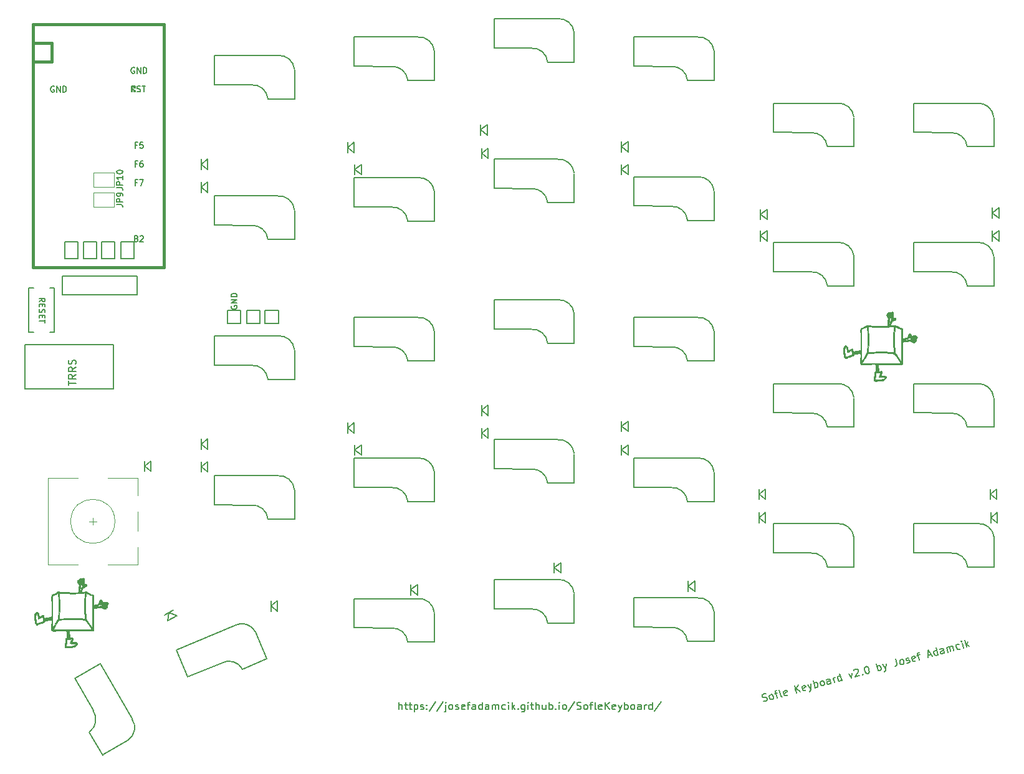
<source format=gto>
G04 #@! TF.GenerationSoftware,KiCad,Pcbnew,5.1.5-52549c5~86~ubuntu19.10.1*
G04 #@! TF.CreationDate,2020-05-06T07:31:02+02:00*
G04 #@! TF.ProjectId,SofleKeyboard,536f666c-654b-4657-9962-6f6172642e6b,rev?*
G04 #@! TF.SameCoordinates,Original*
G04 #@! TF.FileFunction,Legend,Top*
G04 #@! TF.FilePolarity,Positive*
%FSLAX46Y46*%
G04 Gerber Fmt 4.6, Leading zero omitted, Abs format (unit mm)*
G04 Created by KiCad (PCBNEW 5.1.5-52549c5~86~ubuntu19.10.1) date 2020-05-06 07:31:02*
%MOMM*%
%LPD*%
G04 APERTURE LIST*
%ADD10C,0.150000*%
%ADD11C,0.010000*%
%ADD12C,0.381000*%
%ADD13C,0.120000*%
G04 APERTURE END LIST*
D10*
X140815714Y-132054380D02*
X140815714Y-131054380D01*
X141244285Y-132054380D02*
X141244285Y-131530571D01*
X141196666Y-131435333D01*
X141101428Y-131387714D01*
X140958571Y-131387714D01*
X140863333Y-131435333D01*
X140815714Y-131482952D01*
X141577619Y-131387714D02*
X141958571Y-131387714D01*
X141720476Y-131054380D02*
X141720476Y-131911523D01*
X141768095Y-132006761D01*
X141863333Y-132054380D01*
X141958571Y-132054380D01*
X142149047Y-131387714D02*
X142530000Y-131387714D01*
X142291904Y-131054380D02*
X142291904Y-131911523D01*
X142339523Y-132006761D01*
X142434761Y-132054380D01*
X142530000Y-132054380D01*
X142863333Y-131387714D02*
X142863333Y-132387714D01*
X142863333Y-131435333D02*
X142958571Y-131387714D01*
X143149047Y-131387714D01*
X143244285Y-131435333D01*
X143291904Y-131482952D01*
X143339523Y-131578190D01*
X143339523Y-131863904D01*
X143291904Y-131959142D01*
X143244285Y-132006761D01*
X143149047Y-132054380D01*
X142958571Y-132054380D01*
X142863333Y-132006761D01*
X143720476Y-132006761D02*
X143815714Y-132054380D01*
X144006190Y-132054380D01*
X144101428Y-132006761D01*
X144149047Y-131911523D01*
X144149047Y-131863904D01*
X144101428Y-131768666D01*
X144006190Y-131721047D01*
X143863333Y-131721047D01*
X143768095Y-131673428D01*
X143720476Y-131578190D01*
X143720476Y-131530571D01*
X143768095Y-131435333D01*
X143863333Y-131387714D01*
X144006190Y-131387714D01*
X144101428Y-131435333D01*
X144577619Y-131959142D02*
X144625238Y-132006761D01*
X144577619Y-132054380D01*
X144530000Y-132006761D01*
X144577619Y-131959142D01*
X144577619Y-132054380D01*
X144577619Y-131435333D02*
X144625238Y-131482952D01*
X144577619Y-131530571D01*
X144530000Y-131482952D01*
X144577619Y-131435333D01*
X144577619Y-131530571D01*
X145768095Y-131006761D02*
X144910952Y-132292476D01*
X146815714Y-131006761D02*
X145958571Y-132292476D01*
X147149047Y-131387714D02*
X147149047Y-132244857D01*
X147101428Y-132340095D01*
X147006190Y-132387714D01*
X146958571Y-132387714D01*
X147149047Y-131054380D02*
X147101428Y-131102000D01*
X147149047Y-131149619D01*
X147196666Y-131102000D01*
X147149047Y-131054380D01*
X147149047Y-131149619D01*
X147768095Y-132054380D02*
X147672857Y-132006761D01*
X147625238Y-131959142D01*
X147577619Y-131863904D01*
X147577619Y-131578190D01*
X147625238Y-131482952D01*
X147672857Y-131435333D01*
X147768095Y-131387714D01*
X147910952Y-131387714D01*
X148006190Y-131435333D01*
X148053809Y-131482952D01*
X148101428Y-131578190D01*
X148101428Y-131863904D01*
X148053809Y-131959142D01*
X148006190Y-132006761D01*
X147910952Y-132054380D01*
X147768095Y-132054380D01*
X148482380Y-132006761D02*
X148577619Y-132054380D01*
X148768095Y-132054380D01*
X148863333Y-132006761D01*
X148910952Y-131911523D01*
X148910952Y-131863904D01*
X148863333Y-131768666D01*
X148768095Y-131721047D01*
X148625238Y-131721047D01*
X148530000Y-131673428D01*
X148482380Y-131578190D01*
X148482380Y-131530571D01*
X148530000Y-131435333D01*
X148625238Y-131387714D01*
X148768095Y-131387714D01*
X148863333Y-131435333D01*
X149720476Y-132006761D02*
X149625238Y-132054380D01*
X149434761Y-132054380D01*
X149339523Y-132006761D01*
X149291904Y-131911523D01*
X149291904Y-131530571D01*
X149339523Y-131435333D01*
X149434761Y-131387714D01*
X149625238Y-131387714D01*
X149720476Y-131435333D01*
X149768095Y-131530571D01*
X149768095Y-131625809D01*
X149291904Y-131721047D01*
X150053809Y-131387714D02*
X150434761Y-131387714D01*
X150196666Y-132054380D02*
X150196666Y-131197238D01*
X150244285Y-131102000D01*
X150339523Y-131054380D01*
X150434761Y-131054380D01*
X151196666Y-132054380D02*
X151196666Y-131530571D01*
X151149047Y-131435333D01*
X151053809Y-131387714D01*
X150863333Y-131387714D01*
X150768095Y-131435333D01*
X151196666Y-132006761D02*
X151101428Y-132054380D01*
X150863333Y-132054380D01*
X150768095Y-132006761D01*
X150720476Y-131911523D01*
X150720476Y-131816285D01*
X150768095Y-131721047D01*
X150863333Y-131673428D01*
X151101428Y-131673428D01*
X151196666Y-131625809D01*
X152101428Y-132054380D02*
X152101428Y-131054380D01*
X152101428Y-132006761D02*
X152006190Y-132054380D01*
X151815714Y-132054380D01*
X151720476Y-132006761D01*
X151672857Y-131959142D01*
X151625238Y-131863904D01*
X151625238Y-131578190D01*
X151672857Y-131482952D01*
X151720476Y-131435333D01*
X151815714Y-131387714D01*
X152006190Y-131387714D01*
X152101428Y-131435333D01*
X153006190Y-132054380D02*
X153006190Y-131530571D01*
X152958571Y-131435333D01*
X152863333Y-131387714D01*
X152672857Y-131387714D01*
X152577619Y-131435333D01*
X153006190Y-132006761D02*
X152910952Y-132054380D01*
X152672857Y-132054380D01*
X152577619Y-132006761D01*
X152530000Y-131911523D01*
X152530000Y-131816285D01*
X152577619Y-131721047D01*
X152672857Y-131673428D01*
X152910952Y-131673428D01*
X153006190Y-131625809D01*
X153482380Y-132054380D02*
X153482380Y-131387714D01*
X153482380Y-131482952D02*
X153530000Y-131435333D01*
X153625238Y-131387714D01*
X153768095Y-131387714D01*
X153863333Y-131435333D01*
X153910952Y-131530571D01*
X153910952Y-132054380D01*
X153910952Y-131530571D02*
X153958571Y-131435333D01*
X154053809Y-131387714D01*
X154196666Y-131387714D01*
X154291904Y-131435333D01*
X154339523Y-131530571D01*
X154339523Y-132054380D01*
X155244285Y-132006761D02*
X155149047Y-132054380D01*
X154958571Y-132054380D01*
X154863333Y-132006761D01*
X154815714Y-131959142D01*
X154768095Y-131863904D01*
X154768095Y-131578190D01*
X154815714Y-131482952D01*
X154863333Y-131435333D01*
X154958571Y-131387714D01*
X155149047Y-131387714D01*
X155244285Y-131435333D01*
X155672857Y-132054380D02*
X155672857Y-131387714D01*
X155672857Y-131054380D02*
X155625238Y-131102000D01*
X155672857Y-131149619D01*
X155720476Y-131102000D01*
X155672857Y-131054380D01*
X155672857Y-131149619D01*
X156149047Y-132054380D02*
X156149047Y-131054380D01*
X156244285Y-131673428D02*
X156530000Y-132054380D01*
X156530000Y-131387714D02*
X156149047Y-131768666D01*
X156958571Y-131959142D02*
X157006190Y-132006761D01*
X156958571Y-132054380D01*
X156910952Y-132006761D01*
X156958571Y-131959142D01*
X156958571Y-132054380D01*
X157863333Y-131387714D02*
X157863333Y-132197238D01*
X157815714Y-132292476D01*
X157768095Y-132340095D01*
X157672857Y-132387714D01*
X157530000Y-132387714D01*
X157434761Y-132340095D01*
X157863333Y-132006761D02*
X157768095Y-132054380D01*
X157577619Y-132054380D01*
X157482380Y-132006761D01*
X157434761Y-131959142D01*
X157387142Y-131863904D01*
X157387142Y-131578190D01*
X157434761Y-131482952D01*
X157482380Y-131435333D01*
X157577619Y-131387714D01*
X157768095Y-131387714D01*
X157863333Y-131435333D01*
X158339523Y-132054380D02*
X158339523Y-131387714D01*
X158339523Y-131054380D02*
X158291904Y-131102000D01*
X158339523Y-131149619D01*
X158387142Y-131102000D01*
X158339523Y-131054380D01*
X158339523Y-131149619D01*
X158672857Y-131387714D02*
X159053809Y-131387714D01*
X158815714Y-131054380D02*
X158815714Y-131911523D01*
X158863333Y-132006761D01*
X158958571Y-132054380D01*
X159053809Y-132054380D01*
X159387142Y-132054380D02*
X159387142Y-131054380D01*
X159815714Y-132054380D02*
X159815714Y-131530571D01*
X159768095Y-131435333D01*
X159672857Y-131387714D01*
X159530000Y-131387714D01*
X159434761Y-131435333D01*
X159387142Y-131482952D01*
X160720476Y-131387714D02*
X160720476Y-132054380D01*
X160291904Y-131387714D02*
X160291904Y-131911523D01*
X160339523Y-132006761D01*
X160434761Y-132054380D01*
X160577619Y-132054380D01*
X160672857Y-132006761D01*
X160720476Y-131959142D01*
X161196666Y-132054380D02*
X161196666Y-131054380D01*
X161196666Y-131435333D02*
X161291904Y-131387714D01*
X161482380Y-131387714D01*
X161577619Y-131435333D01*
X161625238Y-131482952D01*
X161672857Y-131578190D01*
X161672857Y-131863904D01*
X161625238Y-131959142D01*
X161577619Y-132006761D01*
X161482380Y-132054380D01*
X161291904Y-132054380D01*
X161196666Y-132006761D01*
X162101428Y-131959142D02*
X162149047Y-132006761D01*
X162101428Y-132054380D01*
X162053809Y-132006761D01*
X162101428Y-131959142D01*
X162101428Y-132054380D01*
X162577619Y-132054380D02*
X162577619Y-131387714D01*
X162577619Y-131054380D02*
X162530000Y-131102000D01*
X162577619Y-131149619D01*
X162625238Y-131102000D01*
X162577619Y-131054380D01*
X162577619Y-131149619D01*
X163196666Y-132054380D02*
X163101428Y-132006761D01*
X163053809Y-131959142D01*
X163006190Y-131863904D01*
X163006190Y-131578190D01*
X163053809Y-131482952D01*
X163101428Y-131435333D01*
X163196666Y-131387714D01*
X163339523Y-131387714D01*
X163434761Y-131435333D01*
X163482380Y-131482952D01*
X163530000Y-131578190D01*
X163530000Y-131863904D01*
X163482380Y-131959142D01*
X163434761Y-132006761D01*
X163339523Y-132054380D01*
X163196666Y-132054380D01*
X164672857Y-131006761D02*
X163815714Y-132292476D01*
X164958571Y-132006761D02*
X165101428Y-132054380D01*
X165339523Y-132054380D01*
X165434761Y-132006761D01*
X165482380Y-131959142D01*
X165530000Y-131863904D01*
X165530000Y-131768666D01*
X165482380Y-131673428D01*
X165434761Y-131625809D01*
X165339523Y-131578190D01*
X165149047Y-131530571D01*
X165053809Y-131482952D01*
X165006190Y-131435333D01*
X164958571Y-131340095D01*
X164958571Y-131244857D01*
X165006190Y-131149619D01*
X165053809Y-131102000D01*
X165149047Y-131054380D01*
X165387142Y-131054380D01*
X165530000Y-131102000D01*
X166101428Y-132054380D02*
X166006190Y-132006761D01*
X165958571Y-131959142D01*
X165910952Y-131863904D01*
X165910952Y-131578190D01*
X165958571Y-131482952D01*
X166006190Y-131435333D01*
X166101428Y-131387714D01*
X166244285Y-131387714D01*
X166339523Y-131435333D01*
X166387142Y-131482952D01*
X166434761Y-131578190D01*
X166434761Y-131863904D01*
X166387142Y-131959142D01*
X166339523Y-132006761D01*
X166244285Y-132054380D01*
X166101428Y-132054380D01*
X166720476Y-131387714D02*
X167101428Y-131387714D01*
X166863333Y-132054380D02*
X166863333Y-131197238D01*
X166910952Y-131102000D01*
X167006190Y-131054380D01*
X167101428Y-131054380D01*
X167577619Y-132054380D02*
X167482380Y-132006761D01*
X167434761Y-131911523D01*
X167434761Y-131054380D01*
X168339523Y-132006761D02*
X168244285Y-132054380D01*
X168053809Y-132054380D01*
X167958571Y-132006761D01*
X167910952Y-131911523D01*
X167910952Y-131530571D01*
X167958571Y-131435333D01*
X168053809Y-131387714D01*
X168244285Y-131387714D01*
X168339523Y-131435333D01*
X168387142Y-131530571D01*
X168387142Y-131625809D01*
X167910952Y-131721047D01*
X168815714Y-132054380D02*
X168815714Y-131054380D01*
X169387142Y-132054380D02*
X168958571Y-131482952D01*
X169387142Y-131054380D02*
X168815714Y-131625809D01*
X170196666Y-132006761D02*
X170101428Y-132054380D01*
X169910952Y-132054380D01*
X169815714Y-132006761D01*
X169768095Y-131911523D01*
X169768095Y-131530571D01*
X169815714Y-131435333D01*
X169910952Y-131387714D01*
X170101428Y-131387714D01*
X170196666Y-131435333D01*
X170244285Y-131530571D01*
X170244285Y-131625809D01*
X169768095Y-131721047D01*
X170577619Y-131387714D02*
X170815714Y-132054380D01*
X171053809Y-131387714D02*
X170815714Y-132054380D01*
X170720476Y-132292476D01*
X170672857Y-132340095D01*
X170577619Y-132387714D01*
X171434761Y-132054380D02*
X171434761Y-131054380D01*
X171434761Y-131435333D02*
X171530000Y-131387714D01*
X171720476Y-131387714D01*
X171815714Y-131435333D01*
X171863333Y-131482952D01*
X171910952Y-131578190D01*
X171910952Y-131863904D01*
X171863333Y-131959142D01*
X171815714Y-132006761D01*
X171720476Y-132054380D01*
X171530000Y-132054380D01*
X171434761Y-132006761D01*
X172482380Y-132054380D02*
X172387142Y-132006761D01*
X172339523Y-131959142D01*
X172291904Y-131863904D01*
X172291904Y-131578190D01*
X172339523Y-131482952D01*
X172387142Y-131435333D01*
X172482380Y-131387714D01*
X172625238Y-131387714D01*
X172720476Y-131435333D01*
X172768095Y-131482952D01*
X172815714Y-131578190D01*
X172815714Y-131863904D01*
X172768095Y-131959142D01*
X172720476Y-132006761D01*
X172625238Y-132054380D01*
X172482380Y-132054380D01*
X173672857Y-132054380D02*
X173672857Y-131530571D01*
X173625238Y-131435333D01*
X173529999Y-131387714D01*
X173339523Y-131387714D01*
X173244285Y-131435333D01*
X173672857Y-132006761D02*
X173577619Y-132054380D01*
X173339523Y-132054380D01*
X173244285Y-132006761D01*
X173196666Y-131911523D01*
X173196666Y-131816285D01*
X173244285Y-131721047D01*
X173339523Y-131673428D01*
X173577619Y-131673428D01*
X173672857Y-131625809D01*
X174149047Y-132054380D02*
X174149047Y-131387714D01*
X174149047Y-131578190D02*
X174196666Y-131482952D01*
X174244285Y-131435333D01*
X174339523Y-131387714D01*
X174434761Y-131387714D01*
X175196666Y-132054380D02*
X175196666Y-131054380D01*
X175196666Y-132006761D02*
X175101428Y-132054380D01*
X174910952Y-132054380D01*
X174815714Y-132006761D01*
X174768095Y-131959142D01*
X174720476Y-131863904D01*
X174720476Y-131578190D01*
X174768095Y-131482952D01*
X174815714Y-131435333D01*
X174910952Y-131387714D01*
X175101428Y-131387714D01*
X175196666Y-131435333D01*
X176387142Y-131006761D02*
X175529999Y-132292476D01*
X190301833Y-130939683D02*
X190452147Y-130948706D01*
X190682130Y-130887082D01*
X190761798Y-130816436D01*
X190795470Y-130758115D01*
X190816817Y-130653797D01*
X190792167Y-130561804D01*
X190721521Y-130482136D01*
X190663200Y-130448464D01*
X190558883Y-130427117D01*
X190362572Y-130430420D01*
X190258254Y-130409073D01*
X190199933Y-130375401D01*
X190129287Y-130295733D01*
X190104638Y-130203740D01*
X190125985Y-130099422D01*
X190159657Y-130041101D01*
X190239325Y-129970455D01*
X190469307Y-129908831D01*
X190619621Y-129917854D01*
X191418073Y-130689887D02*
X191313756Y-130668540D01*
X191255434Y-130634868D01*
X191184789Y-130555200D01*
X191110840Y-130279221D01*
X191132187Y-130174903D01*
X191165859Y-130116582D01*
X191245527Y-130045936D01*
X191383517Y-130008962D01*
X191487834Y-130030309D01*
X191546155Y-130063981D01*
X191616801Y-130143649D01*
X191690750Y-130419628D01*
X191669403Y-130523945D01*
X191635731Y-130582266D01*
X191556063Y-130652912D01*
X191418073Y-130689887D01*
X191843481Y-129885715D02*
X192211453Y-129787117D01*
X192154017Y-130492691D02*
X191932172Y-129664755D01*
X191953519Y-129560437D01*
X192033187Y-129489791D01*
X192125180Y-129465142D01*
X192843964Y-130307820D02*
X192739646Y-130286473D01*
X192669000Y-130206805D01*
X192447155Y-129378869D01*
X193567583Y-130064628D02*
X193487914Y-130135274D01*
X193303928Y-130184573D01*
X193199611Y-130163226D01*
X193128965Y-130083558D01*
X193030367Y-129715586D01*
X193051714Y-129611269D01*
X193131382Y-129540623D01*
X193315368Y-129491324D01*
X193419686Y-129512671D01*
X193490332Y-129592339D01*
X193514981Y-129684332D01*
X193079666Y-129899572D01*
X194775815Y-129790182D02*
X194516996Y-128824256D01*
X195327773Y-129642286D02*
X194765908Y-129201250D01*
X195068954Y-128676360D02*
X194664893Y-129376214D01*
X196097388Y-129386769D02*
X196017720Y-129457415D01*
X195833734Y-129506714D01*
X195729417Y-129485367D01*
X195658771Y-129405699D01*
X195560173Y-129037727D01*
X195581520Y-128933409D01*
X195661188Y-128862763D01*
X195845174Y-128813464D01*
X195949492Y-128834811D01*
X196020138Y-128914480D01*
X196044787Y-129006473D01*
X195609472Y-129221713D01*
X196305139Y-128690217D02*
X196707667Y-129272544D01*
X196765103Y-128566970D02*
X196707667Y-129272544D01*
X196677298Y-129527176D01*
X196643626Y-129585497D01*
X196563958Y-129656143D01*
X197305621Y-129112323D02*
X197046802Y-128146397D01*
X197145400Y-128514369D02*
X197225068Y-128443723D01*
X197409054Y-128394424D01*
X197513372Y-128415771D01*
X197571693Y-128449443D01*
X197642339Y-128529111D01*
X197716287Y-128805090D01*
X197694940Y-128909407D01*
X197661268Y-128967729D01*
X197581600Y-129038375D01*
X197397614Y-129087673D01*
X197293296Y-129066326D01*
X198317543Y-128841179D02*
X198213226Y-128819832D01*
X198154905Y-128786160D01*
X198084259Y-128706492D01*
X198010310Y-128430513D01*
X198031657Y-128326196D01*
X198065329Y-128267874D01*
X198144997Y-128197229D01*
X198282987Y-128160254D01*
X198387305Y-128181601D01*
X198445626Y-128215273D01*
X198516272Y-128294941D01*
X198590220Y-128570920D01*
X198568873Y-128675238D01*
X198535201Y-128733559D01*
X198455533Y-128804205D01*
X198317543Y-128841179D01*
X199467455Y-128533061D02*
X199331883Y-128027100D01*
X199261237Y-127947432D01*
X199156920Y-127926085D01*
X198972934Y-127975384D01*
X198893266Y-128046030D01*
X199455130Y-128487065D02*
X199375462Y-128557711D01*
X199145480Y-128619334D01*
X199041162Y-128597987D01*
X198970516Y-128518319D01*
X198945867Y-128426326D01*
X198967214Y-128322008D01*
X199046882Y-128251362D01*
X199276865Y-128189739D01*
X199356533Y-128119093D01*
X199927420Y-128409814D02*
X199754874Y-127765863D01*
X199804173Y-127949849D02*
X199825520Y-127845532D01*
X199859191Y-127787210D01*
X199938860Y-127716565D01*
X200030853Y-127691915D01*
X200939342Y-128138670D02*
X200680523Y-127172744D01*
X200927017Y-128092674D02*
X200847349Y-128163320D01*
X200663363Y-128212619D01*
X200559046Y-128191272D01*
X200500725Y-128157600D01*
X200430079Y-128077932D01*
X200356130Y-127801953D01*
X200377477Y-127697635D01*
X200411149Y-127639314D01*
X200490817Y-127568668D01*
X200674803Y-127519369D01*
X200779121Y-127540716D01*
X201870711Y-127198926D02*
X202273240Y-127781253D01*
X202330676Y-127075679D01*
X202591028Y-126759424D02*
X202624699Y-126701103D01*
X202704368Y-126630457D01*
X202934350Y-126568833D01*
X203038668Y-126590180D01*
X203096989Y-126623852D01*
X203167635Y-126703520D01*
X203192284Y-126795513D01*
X203183262Y-126945827D01*
X202779201Y-127645682D01*
X203377155Y-127485460D01*
X203766474Y-127282545D02*
X203824795Y-127316217D01*
X203791123Y-127374538D01*
X203732802Y-127340866D01*
X203766474Y-127282545D01*
X203791123Y-127374538D01*
X204176255Y-126236066D02*
X204268248Y-126211417D01*
X204372565Y-126232764D01*
X204430886Y-126266435D01*
X204501532Y-126346104D01*
X204596828Y-126517765D01*
X204658451Y-126747747D01*
X204661754Y-126944058D01*
X204640407Y-127048375D01*
X204606735Y-127106696D01*
X204527067Y-127177342D01*
X204435074Y-127201992D01*
X204330756Y-127180645D01*
X204272435Y-127146973D01*
X204201789Y-127067305D01*
X204106494Y-126895644D01*
X204044870Y-126665661D01*
X204041568Y-126469351D01*
X204062915Y-126365033D01*
X204096586Y-126306712D01*
X204176255Y-126236066D01*
X205906961Y-126807601D02*
X205648142Y-125841675D01*
X205746739Y-126209647D02*
X205826408Y-126139001D01*
X206010393Y-126089702D01*
X206114711Y-126111049D01*
X206173032Y-126144721D01*
X206243678Y-126224389D01*
X206317626Y-126500368D01*
X206296279Y-126604685D01*
X206262608Y-126663007D01*
X206182939Y-126733653D01*
X205998954Y-126782951D01*
X205894636Y-126761604D01*
X206516355Y-125954130D02*
X206918883Y-126536457D01*
X206976319Y-125830883D02*
X206918883Y-126536457D01*
X206888514Y-126791089D01*
X206854842Y-126849410D01*
X206775174Y-126920056D01*
X208269940Y-125139166D02*
X208454811Y-125829113D01*
X208445789Y-125979427D01*
X208378445Y-126096070D01*
X208252781Y-126179040D01*
X208160788Y-126203690D01*
X209126713Y-125944871D02*
X209022396Y-125923524D01*
X208964075Y-125889852D01*
X208893429Y-125810184D01*
X208819480Y-125534205D01*
X208840827Y-125429887D01*
X208874499Y-125371566D01*
X208954167Y-125300920D01*
X209092157Y-125263946D01*
X209196474Y-125285293D01*
X209254796Y-125318965D01*
X209325442Y-125398633D01*
X209399390Y-125674612D01*
X209378043Y-125778929D01*
X209344371Y-125837251D01*
X209264703Y-125907897D01*
X209126713Y-125944871D01*
X209804336Y-125714004D02*
X209908653Y-125735351D01*
X210092639Y-125686052D01*
X210172307Y-125615406D01*
X210193655Y-125511088D01*
X210181330Y-125465092D01*
X210110684Y-125385423D01*
X210006366Y-125364076D01*
X209868377Y-125401051D01*
X209764059Y-125379704D01*
X209693413Y-125300035D01*
X209681089Y-125254039D01*
X209702436Y-125149721D01*
X209782104Y-125079075D01*
X209920093Y-125042101D01*
X210024411Y-125063448D01*
X211000244Y-125393561D02*
X210920576Y-125464207D01*
X210736590Y-125513506D01*
X210632272Y-125492159D01*
X210561626Y-125412490D01*
X210463029Y-125044519D01*
X210484376Y-124940201D01*
X210564044Y-124869555D01*
X210748030Y-124820256D01*
X210852347Y-124841603D01*
X210922993Y-124921271D01*
X210947643Y-125013264D01*
X210512327Y-125228505D01*
X211161998Y-124709334D02*
X211529970Y-124610736D01*
X211472533Y-125316310D02*
X211250688Y-124488374D01*
X211272035Y-124384056D01*
X211351704Y-124313410D01*
X211443697Y-124288761D01*
X212640490Y-124707564D02*
X213100454Y-124584317D01*
X212622445Y-125008192D02*
X212685601Y-123955993D01*
X213266396Y-124835646D01*
X214002339Y-124638451D02*
X213743520Y-123672525D01*
X213990014Y-124592454D02*
X213910346Y-124663100D01*
X213726360Y-124712399D01*
X213622043Y-124691052D01*
X213563721Y-124657380D01*
X213493075Y-124577712D01*
X213419127Y-124301733D01*
X213440474Y-124197416D01*
X213474146Y-124139094D01*
X213553814Y-124068449D01*
X213737800Y-124019150D01*
X213842118Y-124040497D01*
X214876272Y-124404281D02*
X214740700Y-123898320D01*
X214670054Y-123818652D01*
X214565736Y-123797305D01*
X214381751Y-123846604D01*
X214302082Y-123917250D01*
X214863947Y-124358285D02*
X214784279Y-124428931D01*
X214554297Y-124490554D01*
X214449979Y-124469207D01*
X214379333Y-124389539D01*
X214354684Y-124297546D01*
X214376031Y-124193228D01*
X214455699Y-124122582D01*
X214685681Y-124060959D01*
X214765349Y-123990313D01*
X215336237Y-124281034D02*
X215163691Y-123637083D01*
X215188340Y-123729076D02*
X215222012Y-123670755D01*
X215301680Y-123600109D01*
X215439669Y-123563135D01*
X215543987Y-123584482D01*
X215614633Y-123664150D01*
X215750205Y-124170112D01*
X215614633Y-123664150D02*
X215635980Y-123559833D01*
X215715648Y-123489187D01*
X215853638Y-123452213D01*
X215957955Y-123473560D01*
X216028601Y-123553228D01*
X216164173Y-124059189D01*
X217025781Y-123779023D02*
X216946113Y-123849669D01*
X216762127Y-123898968D01*
X216657809Y-123877621D01*
X216599488Y-123843949D01*
X216528842Y-123764281D01*
X216454894Y-123488302D01*
X216476241Y-123383984D01*
X216509913Y-123325663D01*
X216589581Y-123255017D01*
X216773567Y-123205718D01*
X216877885Y-123227065D01*
X217452074Y-123714097D02*
X217279528Y-123070146D01*
X217193255Y-122748171D02*
X217159583Y-122806492D01*
X217217905Y-122840164D01*
X217251576Y-122781843D01*
X217193255Y-122748171D01*
X217217905Y-122840164D01*
X217912039Y-123590850D02*
X217653220Y-122624924D01*
X217905434Y-123198229D02*
X218280011Y-123492252D01*
X218107465Y-122848302D02*
X217838091Y-123314871D01*
D11*
G36*
X207837579Y-77999654D02*
G01*
X207889345Y-78055887D01*
X207939854Y-78130465D01*
X207962279Y-78216830D01*
X207962210Y-78344716D01*
X207957007Y-78415720D01*
X207940836Y-78568611D01*
X207921287Y-78697643D01*
X207907578Y-78757386D01*
X207898052Y-78815305D01*
X207935270Y-78834203D01*
X208019805Y-78828699D01*
X208149955Y-78836399D01*
X208243180Y-78874569D01*
X208298584Y-78932013D01*
X208294713Y-79001137D01*
X208276597Y-79045005D01*
X208217857Y-79122167D01*
X208109792Y-79182522D01*
X207991296Y-79222336D01*
X207824727Y-79284460D01*
X207716955Y-79367364D01*
X207651671Y-79491496D01*
X207612566Y-79677304D01*
X207609310Y-79701261D01*
X207579542Y-79927879D01*
X207700532Y-79903948D01*
X207948549Y-79861489D01*
X208123794Y-79846344D01*
X208223329Y-79858676D01*
X208242934Y-79873701D01*
X208301287Y-79923103D01*
X208416781Y-79991469D01*
X208567337Y-80067885D01*
X208730874Y-80141435D01*
X208885314Y-80201207D01*
X208943355Y-80219933D01*
X209068149Y-80262844D01*
X209160948Y-80305361D01*
X209182445Y-80319989D01*
X209202183Y-80370203D01*
X209213332Y-80482093D01*
X209216146Y-80662529D01*
X209210878Y-80918380D01*
X209207818Y-81009226D01*
X209200981Y-81271747D01*
X209201334Y-81471220D01*
X209208690Y-81600860D01*
X209222863Y-81653884D01*
X209225536Y-81654810D01*
X209318767Y-81645536D01*
X209451971Y-81621977D01*
X209596541Y-81590526D01*
X209723869Y-81557576D01*
X209805350Y-81529519D01*
X209817068Y-81522618D01*
X209855321Y-81460299D01*
X209897396Y-81347497D01*
X209915498Y-81283113D01*
X209959266Y-81147877D01*
X210011377Y-81038766D01*
X210032595Y-81009226D01*
X210131503Y-80942210D01*
X210224579Y-80950223D01*
X210297807Y-81024026D01*
X210337171Y-81154377D01*
X210340355Y-81212116D01*
X210350519Y-81291899D01*
X210397802Y-81308472D01*
X210446217Y-81298752D01*
X210705309Y-81249281D01*
X210905204Y-81247483D01*
X211052887Y-81291287D01*
X211149344Y-81362895D01*
X211186210Y-81437327D01*
X211156831Y-81496413D01*
X211132631Y-81509005D01*
X211098157Y-81562442D01*
X211086978Y-81690520D01*
X211088811Y-81763289D01*
X211091281Y-81899557D01*
X211077523Y-81975856D01*
X211039473Y-82016490D01*
X210998657Y-82034998D01*
X210909421Y-82098670D01*
X210869319Y-82163446D01*
X210822565Y-82229081D01*
X210777568Y-82229371D01*
X210678649Y-82207619D01*
X210639133Y-82205143D01*
X210559892Y-82182346D01*
X210448503Y-82124903D01*
X210400823Y-82094519D01*
X210321033Y-82042750D01*
X210253606Y-82012815D01*
X210175570Y-82002151D01*
X210063948Y-82008196D01*
X209895766Y-82028386D01*
X209855166Y-82033657D01*
X209665827Y-82058875D01*
X209492475Y-82083007D01*
X209363891Y-82102011D01*
X209333899Y-82106853D01*
X209195277Y-82130289D01*
X209206899Y-83621902D01*
X209208705Y-83991658D01*
X209208221Y-84325180D01*
X209205598Y-84613939D01*
X209200985Y-84849403D01*
X209194533Y-85023045D01*
X209186392Y-85126334D01*
X209180000Y-85152000D01*
X209129315Y-85160837D01*
X209001796Y-85167970D01*
X208805261Y-85173294D01*
X208547526Y-85176702D01*
X208236411Y-85178088D01*
X207879732Y-85177346D01*
X207511946Y-85174634D01*
X205882414Y-85158783D01*
X205909683Y-85385880D01*
X205925744Y-85566655D01*
X205935734Y-85769315D01*
X205937320Y-85861898D01*
X205937688Y-86110821D01*
X206127395Y-86089438D01*
X206281007Y-86086256D01*
X206366147Y-86126345D01*
X206391340Y-86219671D01*
X206366847Y-86369380D01*
X206332292Y-86498815D01*
X206301610Y-86601133D01*
X206293755Y-86623526D01*
X206290613Y-86664332D01*
X206332984Y-86685182D01*
X206437757Y-86692171D01*
X206484852Y-86692476D01*
X206714476Y-86711595D01*
X206878144Y-86765536D01*
X206972000Y-86849177D01*
X206992191Y-86957394D01*
X206934859Y-87085064D01*
X206851012Y-87179074D01*
X206743141Y-87263790D01*
X206614307Y-87327445D01*
X206449538Y-87373969D01*
X206233862Y-87407288D01*
X205952310Y-87431332D01*
X205870728Y-87436305D01*
X205653698Y-87446357D01*
X205504435Y-87446359D01*
X205406517Y-87435231D01*
X205343518Y-87411892D01*
X205326504Y-87400506D01*
X205281395Y-87357960D01*
X205264609Y-87304653D01*
X205270842Y-87242810D01*
X205462412Y-87242810D01*
X205879967Y-87240957D01*
X206198408Y-87226656D01*
X206439435Y-87186668D01*
X206505147Y-87166873D01*
X206638184Y-87106633D01*
X206742919Y-87034702D01*
X206774894Y-86999393D01*
X206837015Y-86904143D01*
X206428356Y-86904143D01*
X206216219Y-86900717D01*
X206079808Y-86885325D01*
X206010294Y-86850292D01*
X205998847Y-86787943D01*
X206036635Y-86690606D01*
X206083631Y-86604564D01*
X206161161Y-86448136D01*
X206189826Y-86339475D01*
X206168863Y-86285714D01*
X206117605Y-86286471D01*
X206035086Y-86300632D01*
X205902827Y-86312241D01*
X205805719Y-86316838D01*
X205567916Y-86324172D01*
X205540654Y-86645908D01*
X205523745Y-86823809D01*
X205505099Y-86986923D01*
X205488618Y-87101297D01*
X205487902Y-87105226D01*
X205462412Y-87242810D01*
X205270842Y-87242810D01*
X205273641Y-87215048D01*
X205297267Y-87102330D01*
X205325863Y-86936812D01*
X205349656Y-86731674D01*
X205363239Y-86536063D01*
X205372754Y-86365894D01*
X205388216Y-86260817D01*
X205415059Y-86201258D01*
X205458715Y-86167642D01*
X205466559Y-86163854D01*
X205509015Y-86138277D01*
X205536908Y-86098767D01*
X205551562Y-86031363D01*
X205554303Y-85922102D01*
X205546455Y-85757023D01*
X205529342Y-85522162D01*
X205528489Y-85511187D01*
X205513348Y-85316643D01*
X205694364Y-85316643D01*
X205697771Y-85403768D01*
X205707365Y-85426256D01*
X205712775Y-85412386D01*
X205720660Y-85310726D01*
X205713629Y-85243053D01*
X205702477Y-85219591D01*
X205695462Y-85270473D01*
X205694364Y-85316643D01*
X205513348Y-85316643D01*
X205500797Y-85155398D01*
X204532574Y-85183526D01*
X204200079Y-85192034D01*
X203943603Y-85195733D01*
X203754628Y-85194425D01*
X203624631Y-85187911D01*
X203545092Y-85175993D01*
X203508698Y-85159665D01*
X203487642Y-85120574D01*
X203473902Y-85042591D01*
X203472227Y-85011680D01*
X203694020Y-85011680D01*
X203735157Y-85013198D01*
X203853784Y-85014630D01*
X204042723Y-85015953D01*
X204294799Y-85017145D01*
X204602833Y-85018182D01*
X204959649Y-85019039D01*
X205358070Y-85019695D01*
X205790919Y-85020125D01*
X206251019Y-85020305D01*
X206334025Y-85020310D01*
X208974031Y-85020310D01*
X208571317Y-84427643D01*
X208433099Y-84225930D01*
X208306997Y-84045054D01*
X208202475Y-83898347D01*
X208128996Y-83799142D01*
X208100896Y-83764891D01*
X208019319Y-83724715D01*
X207861510Y-83688902D01*
X207635826Y-83658217D01*
X207350624Y-83633422D01*
X207014262Y-83615282D01*
X206635099Y-83604560D01*
X206316446Y-83601838D01*
X206047128Y-83604627D01*
X205761716Y-83612600D01*
X205473951Y-83624844D01*
X205197572Y-83640448D01*
X204946319Y-83658498D01*
X204733931Y-83678084D01*
X204574148Y-83698294D01*
X204480709Y-83718215D01*
X204466701Y-83724619D01*
X204437661Y-83764752D01*
X204374757Y-83863119D01*
X204286670Y-84005263D01*
X204182080Y-84176725D01*
X204069665Y-84363047D01*
X203958107Y-84549772D01*
X203856083Y-84722441D01*
X203772276Y-84866597D01*
X203715363Y-84967782D01*
X203694025Y-85011537D01*
X203694020Y-85011680D01*
X203472227Y-85011680D01*
X203466980Y-84914925D01*
X203466379Y-84726787D01*
X203471602Y-84467390D01*
X203473553Y-84397243D01*
X203482321Y-84129703D01*
X203486426Y-83936161D01*
X203479252Y-83805975D01*
X203454183Y-83728498D01*
X203404603Y-83693087D01*
X203323897Y-83689096D01*
X203205447Y-83705881D01*
X203059022Y-83730277D01*
X202845953Y-83764136D01*
X202702734Y-83790570D01*
X202615497Y-83814817D01*
X202570377Y-83842115D01*
X202553509Y-83877704D01*
X202551022Y-83922200D01*
X202527050Y-84005735D01*
X202441616Y-84048446D01*
X202434605Y-84050082D01*
X202198699Y-84106763D01*
X202013669Y-84160990D01*
X201846678Y-84223002D01*
X201756240Y-84261650D01*
X201617038Y-84317376D01*
X201498773Y-84354600D01*
X201442927Y-84364143D01*
X201379496Y-84340090D01*
X201323909Y-84262696D01*
X201273283Y-84124111D01*
X201224733Y-83916481D01*
X201176395Y-83638490D01*
X201144520Y-83415134D01*
X201130049Y-83252544D01*
X201130407Y-83232347D01*
X201323355Y-83232347D01*
X201330652Y-83364250D01*
X201349961Y-83535725D01*
X201377406Y-83723266D01*
X201409110Y-83903365D01*
X201441199Y-84052516D01*
X201469795Y-84147212D01*
X201476355Y-84160297D01*
X201521186Y-84160116D01*
X201618262Y-84129004D01*
X201714574Y-84088113D01*
X201883599Y-84017980D01*
X202062845Y-83955687D01*
X202138883Y-83933849D01*
X202343320Y-83881454D01*
X202314226Y-83648594D01*
X202306193Y-83592022D01*
X202738716Y-83592022D01*
X202780327Y-83598801D01*
X202835234Y-83591017D01*
X202835890Y-83576566D01*
X202779231Y-83566461D01*
X202754751Y-83573224D01*
X202738716Y-83592022D01*
X202306193Y-83592022D01*
X202299831Y-83547224D01*
X202958453Y-83547224D01*
X203016688Y-83553125D01*
X203076786Y-83546473D01*
X203069605Y-83531773D01*
X202982934Y-83526182D01*
X202963772Y-83531773D01*
X202958453Y-83547224D01*
X202299831Y-83547224D01*
X202293437Y-83502201D01*
X203147216Y-83502201D01*
X203160615Y-83515343D01*
X203228658Y-83515830D01*
X203322702Y-83506232D01*
X203414104Y-83489118D01*
X203461188Y-83474037D01*
X203485618Y-83454391D01*
X203427671Y-83453522D01*
X203355355Y-83461736D01*
X203237464Y-83479932D01*
X203160514Y-83496695D01*
X203147216Y-83502201D01*
X202293437Y-83502201D01*
X202292792Y-83497661D01*
X202269897Y-83367129D01*
X202258262Y-83315262D01*
X202241346Y-83264050D01*
X202215513Y-83248173D01*
X202164224Y-83272699D01*
X202070945Y-83342695D01*
X202009420Y-83391528D01*
X201852096Y-83500539D01*
X201741596Y-83539953D01*
X201678341Y-83509722D01*
X201662022Y-83432255D01*
X201651829Y-83335819D01*
X201625569Y-83203828D01*
X201589717Y-83060157D01*
X201550750Y-82928685D01*
X201515145Y-82833289D01*
X201489942Y-82797810D01*
X201423026Y-82836910D01*
X201368229Y-82941560D01*
X201332826Y-83092778D01*
X201323355Y-83232347D01*
X201130407Y-83232347D01*
X201132246Y-83128787D01*
X201150376Y-83021929D01*
X201155090Y-83003490D01*
X201231694Y-82805666D01*
X201330999Y-82675361D01*
X201441806Y-82614330D01*
X201552914Y-82624330D01*
X201653126Y-82707117D01*
X201731241Y-82864449D01*
X201744811Y-82911007D01*
X201779832Y-83045367D01*
X201807955Y-83153320D01*
X201816330Y-83185493D01*
X201835359Y-83218271D01*
X201879193Y-83219820D01*
X201964733Y-83186379D01*
X202087895Y-83125035D01*
X202244069Y-83051859D01*
X202344693Y-83030899D01*
X202404817Y-83067632D01*
X202439488Y-83167537D01*
X202454103Y-83258350D01*
X202478725Y-83365603D01*
X202512459Y-83425733D01*
X202524845Y-83430574D01*
X202583478Y-83421767D01*
X202706181Y-83399605D01*
X202874054Y-83367595D01*
X203037855Y-83335324D01*
X203503522Y-83242310D01*
X203515396Y-82672478D01*
X203517204Y-82441240D01*
X203514886Y-82151698D01*
X203508911Y-81830092D01*
X203499750Y-81502660D01*
X203489643Y-81235521D01*
X203476660Y-80926396D01*
X203469827Y-80690642D01*
X203471810Y-80517034D01*
X203484806Y-80398634D01*
X203630522Y-80398634D01*
X203630522Y-82593045D01*
X203630646Y-83015156D01*
X203631004Y-83410580D01*
X203631572Y-83771446D01*
X203632325Y-84089882D01*
X203633240Y-84358015D01*
X203634293Y-84567973D01*
X203635459Y-84711885D01*
X203636716Y-84781879D01*
X203637193Y-84787466D01*
X203659635Y-84752925D01*
X203717334Y-84657482D01*
X203802972Y-84513421D01*
X203909231Y-84333024D01*
X203983967Y-84205393D01*
X204103079Y-83998752D01*
X204197959Y-83822340D01*
X204271660Y-83662413D01*
X204327233Y-83505228D01*
X204367730Y-83337043D01*
X204396202Y-83144114D01*
X204415701Y-82912700D01*
X204429279Y-82629055D01*
X204439988Y-82279439D01*
X204443724Y-82134947D01*
X204448009Y-81844303D01*
X204447086Y-81540247D01*
X204441542Y-81235335D01*
X204431966Y-80942124D01*
X204418945Y-80673169D01*
X204403067Y-80441028D01*
X204384919Y-80258256D01*
X204365090Y-80137411D01*
X204348178Y-80093522D01*
X204304860Y-80102444D01*
X204203127Y-80140702D01*
X204061004Y-80201233D01*
X203980763Y-80237491D01*
X203630522Y-80398634D01*
X203484806Y-80398634D01*
X203485277Y-80394348D01*
X203512895Y-80311358D01*
X203557332Y-80256841D01*
X203621255Y-80219571D01*
X203707332Y-80188324D01*
X203741095Y-80177409D01*
X203859238Y-80128834D01*
X204012000Y-80052343D01*
X204028982Y-80042735D01*
X204500181Y-80042735D01*
X204511574Y-80114105D01*
X204522602Y-80195089D01*
X204537548Y-80344399D01*
X204555002Y-80545862D01*
X204573553Y-80783305D01*
X204589668Y-81009226D01*
X204610914Y-81370196D01*
X204620540Y-81683319D01*
X204618546Y-81984613D01*
X204604932Y-82310098D01*
X204589668Y-82554393D01*
X204571319Y-82810123D01*
X204552825Y-83044108D01*
X204535597Y-83240176D01*
X204521046Y-83382153D01*
X204511574Y-83449514D01*
X204500521Y-83533853D01*
X204528578Y-83557319D01*
X204587500Y-83546733D01*
X204663446Y-83535026D01*
X204806788Y-83519267D01*
X205000448Y-83501104D01*
X205227346Y-83482184D01*
X205366188Y-83471606D01*
X205706254Y-83453668D01*
X206091667Y-83445114D01*
X206498818Y-83445543D01*
X206904099Y-83454559D01*
X207283902Y-83471762D01*
X207614618Y-83496756D01*
X207752669Y-83511859D01*
X208022484Y-83545504D01*
X207995315Y-83288073D01*
X207972481Y-83007842D01*
X207955157Y-82665456D01*
X207943582Y-82283264D01*
X207937994Y-81883613D01*
X207938139Y-81793721D01*
X208118823Y-81793721D01*
X208120173Y-82126822D01*
X208123507Y-82445942D01*
X208128824Y-82736991D01*
X208136123Y-82985881D01*
X208145400Y-83178522D01*
X208152972Y-83271444D01*
X208166864Y-83390094D01*
X208184305Y-83487049D01*
X208212447Y-83577047D01*
X208258443Y-83674830D01*
X208329445Y-83795137D01*
X208432606Y-83952709D01*
X208575077Y-84162285D01*
X208610029Y-84213361D01*
X208746640Y-84412269D01*
X208865793Y-84584468D01*
X208959695Y-84718798D01*
X209020554Y-84804105D01*
X209040579Y-84829763D01*
X209042226Y-84788725D01*
X209043770Y-84670847D01*
X209045181Y-84483957D01*
X209046429Y-84235883D01*
X209047482Y-83934450D01*
X209048311Y-83587486D01*
X209048885Y-83202819D01*
X209049174Y-82788275D01*
X209049203Y-82609991D01*
X209049207Y-81900427D01*
X209197355Y-81900427D01*
X209225624Y-81942331D01*
X209250577Y-81939778D01*
X209312718Y-81926446D01*
X209438925Y-81906434D01*
X209609152Y-81882746D01*
X209753362Y-81864411D01*
X209945767Y-81837077D01*
X210111263Y-81806536D01*
X210228850Y-81777066D01*
X210272375Y-81758683D01*
X210316484Y-81690506D01*
X210305636Y-81618733D01*
X210250095Y-81577955D01*
X210218727Y-81577891D01*
X210128094Y-81570169D01*
X210099672Y-81557694D01*
X210036891Y-81563129D01*
X209951660Y-81624103D01*
X209946553Y-81629126D01*
X209855413Y-81694723D01*
X209720346Y-81744601D01*
X209521005Y-81786270D01*
X209520486Y-81786357D01*
X209336252Y-81823650D01*
X209230574Y-81861165D01*
X209197355Y-81900427D01*
X209049207Y-81900427D01*
X209049217Y-80390267D01*
X208903864Y-80362998D01*
X208793001Y-80330083D01*
X208640211Y-80269600D01*
X208477947Y-80194433D01*
X208472862Y-80191879D01*
X208187212Y-80048028D01*
X208152533Y-80290502D01*
X208141928Y-80411618D01*
X208133320Y-80603287D01*
X208126708Y-80851422D01*
X208122089Y-81141931D01*
X208119462Y-81460728D01*
X208118823Y-81793721D01*
X207938139Y-81793721D01*
X207938632Y-81488852D01*
X207945735Y-81121328D01*
X207959543Y-80803389D01*
X207967530Y-80688362D01*
X207984527Y-80463967D01*
X207997316Y-80271539D01*
X208005057Y-80125846D01*
X208006911Y-80041658D01*
X208005129Y-80026932D01*
X207958991Y-80025864D01*
X207854973Y-80036216D01*
X207758022Y-80049517D01*
X207522467Y-80076473D01*
X207229982Y-80096580D01*
X206895625Y-80109992D01*
X206534454Y-80116867D01*
X206161528Y-80117360D01*
X205791903Y-80111627D01*
X205440638Y-80099825D01*
X205122791Y-80082109D01*
X204853420Y-80058635D01*
X204647583Y-80029559D01*
X204587500Y-80016666D01*
X204518043Y-80007284D01*
X204500181Y-80042735D01*
X204028982Y-80042735D01*
X204141122Y-79979292D01*
X204388243Y-79830484D01*
X204665549Y-79879033D01*
X204785225Y-79893349D01*
X204974277Y-79907796D01*
X205217416Y-79921588D01*
X205499357Y-79933934D01*
X205804813Y-79944048D01*
X206032938Y-79949549D01*
X206364622Y-79955974D01*
X206621276Y-79959905D01*
X206812514Y-79960839D01*
X206947947Y-79958272D01*
X207037190Y-79951701D01*
X207089855Y-79940623D01*
X207115556Y-79924535D01*
X207123906Y-79902934D01*
X207124004Y-79901305D01*
X207307889Y-79901305D01*
X207343425Y-79909195D01*
X207395243Y-79856698D01*
X207410949Y-79809801D01*
X207458446Y-79548995D01*
X207508055Y-79363338D01*
X207562699Y-79243316D01*
X207598389Y-79199525D01*
X207655864Y-79129671D01*
X207647883Y-79073369D01*
X207635370Y-79056549D01*
X207632741Y-79051310D01*
X207885022Y-79051310D01*
X207906188Y-79072476D01*
X207927355Y-79051310D01*
X207906188Y-79030143D01*
X207885022Y-79051310D01*
X207632741Y-79051310D01*
X207605965Y-78997968D01*
X207635379Y-78963950D01*
X207656807Y-78924899D01*
X207611104Y-78877655D01*
X207542633Y-78847871D01*
X207488384Y-78875546D01*
X207444730Y-78967767D01*
X207408046Y-79131622D01*
X207380009Y-79329455D01*
X207356400Y-79515806D01*
X207333904Y-79679683D01*
X207316008Y-79796231D01*
X207310081Y-79828036D01*
X207307889Y-79901305D01*
X207124004Y-79901305D01*
X207124545Y-79892413D01*
X207130551Y-79817983D01*
X207145465Y-79682118D01*
X207166729Y-79507273D01*
X207181537Y-79392486D01*
X207237005Y-78971662D01*
X207116513Y-78742604D01*
X207027680Y-78543462D01*
X206999705Y-78400085D01*
X207032702Y-78313601D01*
X207070483Y-78292548D01*
X207145080Y-78237316D01*
X207186900Y-78173279D01*
X207222998Y-78117226D01*
X207283984Y-78088599D01*
X207394431Y-78078919D01*
X207461688Y-78078464D01*
X207636633Y-78066046D01*
X207735962Y-78026544D01*
X207747466Y-78014964D01*
X207791049Y-77979044D01*
X207837579Y-77999654D01*
G37*
X207837579Y-77999654D02*
X207889345Y-78055887D01*
X207939854Y-78130465D01*
X207962279Y-78216830D01*
X207962210Y-78344716D01*
X207957007Y-78415720D01*
X207940836Y-78568611D01*
X207921287Y-78697643D01*
X207907578Y-78757386D01*
X207898052Y-78815305D01*
X207935270Y-78834203D01*
X208019805Y-78828699D01*
X208149955Y-78836399D01*
X208243180Y-78874569D01*
X208298584Y-78932013D01*
X208294713Y-79001137D01*
X208276597Y-79045005D01*
X208217857Y-79122167D01*
X208109792Y-79182522D01*
X207991296Y-79222336D01*
X207824727Y-79284460D01*
X207716955Y-79367364D01*
X207651671Y-79491496D01*
X207612566Y-79677304D01*
X207609310Y-79701261D01*
X207579542Y-79927879D01*
X207700532Y-79903948D01*
X207948549Y-79861489D01*
X208123794Y-79846344D01*
X208223329Y-79858676D01*
X208242934Y-79873701D01*
X208301287Y-79923103D01*
X208416781Y-79991469D01*
X208567337Y-80067885D01*
X208730874Y-80141435D01*
X208885314Y-80201207D01*
X208943355Y-80219933D01*
X209068149Y-80262844D01*
X209160948Y-80305361D01*
X209182445Y-80319989D01*
X209202183Y-80370203D01*
X209213332Y-80482093D01*
X209216146Y-80662529D01*
X209210878Y-80918380D01*
X209207818Y-81009226D01*
X209200981Y-81271747D01*
X209201334Y-81471220D01*
X209208690Y-81600860D01*
X209222863Y-81653884D01*
X209225536Y-81654810D01*
X209318767Y-81645536D01*
X209451971Y-81621977D01*
X209596541Y-81590526D01*
X209723869Y-81557576D01*
X209805350Y-81529519D01*
X209817068Y-81522618D01*
X209855321Y-81460299D01*
X209897396Y-81347497D01*
X209915498Y-81283113D01*
X209959266Y-81147877D01*
X210011377Y-81038766D01*
X210032595Y-81009226D01*
X210131503Y-80942210D01*
X210224579Y-80950223D01*
X210297807Y-81024026D01*
X210337171Y-81154377D01*
X210340355Y-81212116D01*
X210350519Y-81291899D01*
X210397802Y-81308472D01*
X210446217Y-81298752D01*
X210705309Y-81249281D01*
X210905204Y-81247483D01*
X211052887Y-81291287D01*
X211149344Y-81362895D01*
X211186210Y-81437327D01*
X211156831Y-81496413D01*
X211132631Y-81509005D01*
X211098157Y-81562442D01*
X211086978Y-81690520D01*
X211088811Y-81763289D01*
X211091281Y-81899557D01*
X211077523Y-81975856D01*
X211039473Y-82016490D01*
X210998657Y-82034998D01*
X210909421Y-82098670D01*
X210869319Y-82163446D01*
X210822565Y-82229081D01*
X210777568Y-82229371D01*
X210678649Y-82207619D01*
X210639133Y-82205143D01*
X210559892Y-82182346D01*
X210448503Y-82124903D01*
X210400823Y-82094519D01*
X210321033Y-82042750D01*
X210253606Y-82012815D01*
X210175570Y-82002151D01*
X210063948Y-82008196D01*
X209895766Y-82028386D01*
X209855166Y-82033657D01*
X209665827Y-82058875D01*
X209492475Y-82083007D01*
X209363891Y-82102011D01*
X209333899Y-82106853D01*
X209195277Y-82130289D01*
X209206899Y-83621902D01*
X209208705Y-83991658D01*
X209208221Y-84325180D01*
X209205598Y-84613939D01*
X209200985Y-84849403D01*
X209194533Y-85023045D01*
X209186392Y-85126334D01*
X209180000Y-85152000D01*
X209129315Y-85160837D01*
X209001796Y-85167970D01*
X208805261Y-85173294D01*
X208547526Y-85176702D01*
X208236411Y-85178088D01*
X207879732Y-85177346D01*
X207511946Y-85174634D01*
X205882414Y-85158783D01*
X205909683Y-85385880D01*
X205925744Y-85566655D01*
X205935734Y-85769315D01*
X205937320Y-85861898D01*
X205937688Y-86110821D01*
X206127395Y-86089438D01*
X206281007Y-86086256D01*
X206366147Y-86126345D01*
X206391340Y-86219671D01*
X206366847Y-86369380D01*
X206332292Y-86498815D01*
X206301610Y-86601133D01*
X206293755Y-86623526D01*
X206290613Y-86664332D01*
X206332984Y-86685182D01*
X206437757Y-86692171D01*
X206484852Y-86692476D01*
X206714476Y-86711595D01*
X206878144Y-86765536D01*
X206972000Y-86849177D01*
X206992191Y-86957394D01*
X206934859Y-87085064D01*
X206851012Y-87179074D01*
X206743141Y-87263790D01*
X206614307Y-87327445D01*
X206449538Y-87373969D01*
X206233862Y-87407288D01*
X205952310Y-87431332D01*
X205870728Y-87436305D01*
X205653698Y-87446357D01*
X205504435Y-87446359D01*
X205406517Y-87435231D01*
X205343518Y-87411892D01*
X205326504Y-87400506D01*
X205281395Y-87357960D01*
X205264609Y-87304653D01*
X205270842Y-87242810D01*
X205462412Y-87242810D01*
X205879967Y-87240957D01*
X206198408Y-87226656D01*
X206439435Y-87186668D01*
X206505147Y-87166873D01*
X206638184Y-87106633D01*
X206742919Y-87034702D01*
X206774894Y-86999393D01*
X206837015Y-86904143D01*
X206428356Y-86904143D01*
X206216219Y-86900717D01*
X206079808Y-86885325D01*
X206010294Y-86850292D01*
X205998847Y-86787943D01*
X206036635Y-86690606D01*
X206083631Y-86604564D01*
X206161161Y-86448136D01*
X206189826Y-86339475D01*
X206168863Y-86285714D01*
X206117605Y-86286471D01*
X206035086Y-86300632D01*
X205902827Y-86312241D01*
X205805719Y-86316838D01*
X205567916Y-86324172D01*
X205540654Y-86645908D01*
X205523745Y-86823809D01*
X205505099Y-86986923D01*
X205488618Y-87101297D01*
X205487902Y-87105226D01*
X205462412Y-87242810D01*
X205270842Y-87242810D01*
X205273641Y-87215048D01*
X205297267Y-87102330D01*
X205325863Y-86936812D01*
X205349656Y-86731674D01*
X205363239Y-86536063D01*
X205372754Y-86365894D01*
X205388216Y-86260817D01*
X205415059Y-86201258D01*
X205458715Y-86167642D01*
X205466559Y-86163854D01*
X205509015Y-86138277D01*
X205536908Y-86098767D01*
X205551562Y-86031363D01*
X205554303Y-85922102D01*
X205546455Y-85757023D01*
X205529342Y-85522162D01*
X205528489Y-85511187D01*
X205513348Y-85316643D01*
X205694364Y-85316643D01*
X205697771Y-85403768D01*
X205707365Y-85426256D01*
X205712775Y-85412386D01*
X205720660Y-85310726D01*
X205713629Y-85243053D01*
X205702477Y-85219591D01*
X205695462Y-85270473D01*
X205694364Y-85316643D01*
X205513348Y-85316643D01*
X205500797Y-85155398D01*
X204532574Y-85183526D01*
X204200079Y-85192034D01*
X203943603Y-85195733D01*
X203754628Y-85194425D01*
X203624631Y-85187911D01*
X203545092Y-85175993D01*
X203508698Y-85159665D01*
X203487642Y-85120574D01*
X203473902Y-85042591D01*
X203472227Y-85011680D01*
X203694020Y-85011680D01*
X203735157Y-85013198D01*
X203853784Y-85014630D01*
X204042723Y-85015953D01*
X204294799Y-85017145D01*
X204602833Y-85018182D01*
X204959649Y-85019039D01*
X205358070Y-85019695D01*
X205790919Y-85020125D01*
X206251019Y-85020305D01*
X206334025Y-85020310D01*
X208974031Y-85020310D01*
X208571317Y-84427643D01*
X208433099Y-84225930D01*
X208306997Y-84045054D01*
X208202475Y-83898347D01*
X208128996Y-83799142D01*
X208100896Y-83764891D01*
X208019319Y-83724715D01*
X207861510Y-83688902D01*
X207635826Y-83658217D01*
X207350624Y-83633422D01*
X207014262Y-83615282D01*
X206635099Y-83604560D01*
X206316446Y-83601838D01*
X206047128Y-83604627D01*
X205761716Y-83612600D01*
X205473951Y-83624844D01*
X205197572Y-83640448D01*
X204946319Y-83658498D01*
X204733931Y-83678084D01*
X204574148Y-83698294D01*
X204480709Y-83718215D01*
X204466701Y-83724619D01*
X204437661Y-83764752D01*
X204374757Y-83863119D01*
X204286670Y-84005263D01*
X204182080Y-84176725D01*
X204069665Y-84363047D01*
X203958107Y-84549772D01*
X203856083Y-84722441D01*
X203772276Y-84866597D01*
X203715363Y-84967782D01*
X203694025Y-85011537D01*
X203694020Y-85011680D01*
X203472227Y-85011680D01*
X203466980Y-84914925D01*
X203466379Y-84726787D01*
X203471602Y-84467390D01*
X203473553Y-84397243D01*
X203482321Y-84129703D01*
X203486426Y-83936161D01*
X203479252Y-83805975D01*
X203454183Y-83728498D01*
X203404603Y-83693087D01*
X203323897Y-83689096D01*
X203205447Y-83705881D01*
X203059022Y-83730277D01*
X202845953Y-83764136D01*
X202702734Y-83790570D01*
X202615497Y-83814817D01*
X202570377Y-83842115D01*
X202553509Y-83877704D01*
X202551022Y-83922200D01*
X202527050Y-84005735D01*
X202441616Y-84048446D01*
X202434605Y-84050082D01*
X202198699Y-84106763D01*
X202013669Y-84160990D01*
X201846678Y-84223002D01*
X201756240Y-84261650D01*
X201617038Y-84317376D01*
X201498773Y-84354600D01*
X201442927Y-84364143D01*
X201379496Y-84340090D01*
X201323909Y-84262696D01*
X201273283Y-84124111D01*
X201224733Y-83916481D01*
X201176395Y-83638490D01*
X201144520Y-83415134D01*
X201130049Y-83252544D01*
X201130407Y-83232347D01*
X201323355Y-83232347D01*
X201330652Y-83364250D01*
X201349961Y-83535725D01*
X201377406Y-83723266D01*
X201409110Y-83903365D01*
X201441199Y-84052516D01*
X201469795Y-84147212D01*
X201476355Y-84160297D01*
X201521186Y-84160116D01*
X201618262Y-84129004D01*
X201714574Y-84088113D01*
X201883599Y-84017980D01*
X202062845Y-83955687D01*
X202138883Y-83933849D01*
X202343320Y-83881454D01*
X202314226Y-83648594D01*
X202306193Y-83592022D01*
X202738716Y-83592022D01*
X202780327Y-83598801D01*
X202835234Y-83591017D01*
X202835890Y-83576566D01*
X202779231Y-83566461D01*
X202754751Y-83573224D01*
X202738716Y-83592022D01*
X202306193Y-83592022D01*
X202299831Y-83547224D01*
X202958453Y-83547224D01*
X203016688Y-83553125D01*
X203076786Y-83546473D01*
X203069605Y-83531773D01*
X202982934Y-83526182D01*
X202963772Y-83531773D01*
X202958453Y-83547224D01*
X202299831Y-83547224D01*
X202293437Y-83502201D01*
X203147216Y-83502201D01*
X203160615Y-83515343D01*
X203228658Y-83515830D01*
X203322702Y-83506232D01*
X203414104Y-83489118D01*
X203461188Y-83474037D01*
X203485618Y-83454391D01*
X203427671Y-83453522D01*
X203355355Y-83461736D01*
X203237464Y-83479932D01*
X203160514Y-83496695D01*
X203147216Y-83502201D01*
X202293437Y-83502201D01*
X202292792Y-83497661D01*
X202269897Y-83367129D01*
X202258262Y-83315262D01*
X202241346Y-83264050D01*
X202215513Y-83248173D01*
X202164224Y-83272699D01*
X202070945Y-83342695D01*
X202009420Y-83391528D01*
X201852096Y-83500539D01*
X201741596Y-83539953D01*
X201678341Y-83509722D01*
X201662022Y-83432255D01*
X201651829Y-83335819D01*
X201625569Y-83203828D01*
X201589717Y-83060157D01*
X201550750Y-82928685D01*
X201515145Y-82833289D01*
X201489942Y-82797810D01*
X201423026Y-82836910D01*
X201368229Y-82941560D01*
X201332826Y-83092778D01*
X201323355Y-83232347D01*
X201130407Y-83232347D01*
X201132246Y-83128787D01*
X201150376Y-83021929D01*
X201155090Y-83003490D01*
X201231694Y-82805666D01*
X201330999Y-82675361D01*
X201441806Y-82614330D01*
X201552914Y-82624330D01*
X201653126Y-82707117D01*
X201731241Y-82864449D01*
X201744811Y-82911007D01*
X201779832Y-83045367D01*
X201807955Y-83153320D01*
X201816330Y-83185493D01*
X201835359Y-83218271D01*
X201879193Y-83219820D01*
X201964733Y-83186379D01*
X202087895Y-83125035D01*
X202244069Y-83051859D01*
X202344693Y-83030899D01*
X202404817Y-83067632D01*
X202439488Y-83167537D01*
X202454103Y-83258350D01*
X202478725Y-83365603D01*
X202512459Y-83425733D01*
X202524845Y-83430574D01*
X202583478Y-83421767D01*
X202706181Y-83399605D01*
X202874054Y-83367595D01*
X203037855Y-83335324D01*
X203503522Y-83242310D01*
X203515396Y-82672478D01*
X203517204Y-82441240D01*
X203514886Y-82151698D01*
X203508911Y-81830092D01*
X203499750Y-81502660D01*
X203489643Y-81235521D01*
X203476660Y-80926396D01*
X203469827Y-80690642D01*
X203471810Y-80517034D01*
X203484806Y-80398634D01*
X203630522Y-80398634D01*
X203630522Y-82593045D01*
X203630646Y-83015156D01*
X203631004Y-83410580D01*
X203631572Y-83771446D01*
X203632325Y-84089882D01*
X203633240Y-84358015D01*
X203634293Y-84567973D01*
X203635459Y-84711885D01*
X203636716Y-84781879D01*
X203637193Y-84787466D01*
X203659635Y-84752925D01*
X203717334Y-84657482D01*
X203802972Y-84513421D01*
X203909231Y-84333024D01*
X203983967Y-84205393D01*
X204103079Y-83998752D01*
X204197959Y-83822340D01*
X204271660Y-83662413D01*
X204327233Y-83505228D01*
X204367730Y-83337043D01*
X204396202Y-83144114D01*
X204415701Y-82912700D01*
X204429279Y-82629055D01*
X204439988Y-82279439D01*
X204443724Y-82134947D01*
X204448009Y-81844303D01*
X204447086Y-81540247D01*
X204441542Y-81235335D01*
X204431966Y-80942124D01*
X204418945Y-80673169D01*
X204403067Y-80441028D01*
X204384919Y-80258256D01*
X204365090Y-80137411D01*
X204348178Y-80093522D01*
X204304860Y-80102444D01*
X204203127Y-80140702D01*
X204061004Y-80201233D01*
X203980763Y-80237491D01*
X203630522Y-80398634D01*
X203484806Y-80398634D01*
X203485277Y-80394348D01*
X203512895Y-80311358D01*
X203557332Y-80256841D01*
X203621255Y-80219571D01*
X203707332Y-80188324D01*
X203741095Y-80177409D01*
X203859238Y-80128834D01*
X204012000Y-80052343D01*
X204028982Y-80042735D01*
X204500181Y-80042735D01*
X204511574Y-80114105D01*
X204522602Y-80195089D01*
X204537548Y-80344399D01*
X204555002Y-80545862D01*
X204573553Y-80783305D01*
X204589668Y-81009226D01*
X204610914Y-81370196D01*
X204620540Y-81683319D01*
X204618546Y-81984613D01*
X204604932Y-82310098D01*
X204589668Y-82554393D01*
X204571319Y-82810123D01*
X204552825Y-83044108D01*
X204535597Y-83240176D01*
X204521046Y-83382153D01*
X204511574Y-83449514D01*
X204500521Y-83533853D01*
X204528578Y-83557319D01*
X204587500Y-83546733D01*
X204663446Y-83535026D01*
X204806788Y-83519267D01*
X205000448Y-83501104D01*
X205227346Y-83482184D01*
X205366188Y-83471606D01*
X205706254Y-83453668D01*
X206091667Y-83445114D01*
X206498818Y-83445543D01*
X206904099Y-83454559D01*
X207283902Y-83471762D01*
X207614618Y-83496756D01*
X207752669Y-83511859D01*
X208022484Y-83545504D01*
X207995315Y-83288073D01*
X207972481Y-83007842D01*
X207955157Y-82665456D01*
X207943582Y-82283264D01*
X207937994Y-81883613D01*
X207938139Y-81793721D01*
X208118823Y-81793721D01*
X208120173Y-82126822D01*
X208123507Y-82445942D01*
X208128824Y-82736991D01*
X208136123Y-82985881D01*
X208145400Y-83178522D01*
X208152972Y-83271444D01*
X208166864Y-83390094D01*
X208184305Y-83487049D01*
X208212447Y-83577047D01*
X208258443Y-83674830D01*
X208329445Y-83795137D01*
X208432606Y-83952709D01*
X208575077Y-84162285D01*
X208610029Y-84213361D01*
X208746640Y-84412269D01*
X208865793Y-84584468D01*
X208959695Y-84718798D01*
X209020554Y-84804105D01*
X209040579Y-84829763D01*
X209042226Y-84788725D01*
X209043770Y-84670847D01*
X209045181Y-84483957D01*
X209046429Y-84235883D01*
X209047482Y-83934450D01*
X209048311Y-83587486D01*
X209048885Y-83202819D01*
X209049174Y-82788275D01*
X209049203Y-82609991D01*
X209049207Y-81900427D01*
X209197355Y-81900427D01*
X209225624Y-81942331D01*
X209250577Y-81939778D01*
X209312718Y-81926446D01*
X209438925Y-81906434D01*
X209609152Y-81882746D01*
X209753362Y-81864411D01*
X209945767Y-81837077D01*
X210111263Y-81806536D01*
X210228850Y-81777066D01*
X210272375Y-81758683D01*
X210316484Y-81690506D01*
X210305636Y-81618733D01*
X210250095Y-81577955D01*
X210218727Y-81577891D01*
X210128094Y-81570169D01*
X210099672Y-81557694D01*
X210036891Y-81563129D01*
X209951660Y-81624103D01*
X209946553Y-81629126D01*
X209855413Y-81694723D01*
X209720346Y-81744601D01*
X209521005Y-81786270D01*
X209520486Y-81786357D01*
X209336252Y-81823650D01*
X209230574Y-81861165D01*
X209197355Y-81900427D01*
X209049207Y-81900427D01*
X209049217Y-80390267D01*
X208903864Y-80362998D01*
X208793001Y-80330083D01*
X208640211Y-80269600D01*
X208477947Y-80194433D01*
X208472862Y-80191879D01*
X208187212Y-80048028D01*
X208152533Y-80290502D01*
X208141928Y-80411618D01*
X208133320Y-80603287D01*
X208126708Y-80851422D01*
X208122089Y-81141931D01*
X208119462Y-81460728D01*
X208118823Y-81793721D01*
X207938139Y-81793721D01*
X207938632Y-81488852D01*
X207945735Y-81121328D01*
X207959543Y-80803389D01*
X207967530Y-80688362D01*
X207984527Y-80463967D01*
X207997316Y-80271539D01*
X208005057Y-80125846D01*
X208006911Y-80041658D01*
X208005129Y-80026932D01*
X207958991Y-80025864D01*
X207854973Y-80036216D01*
X207758022Y-80049517D01*
X207522467Y-80076473D01*
X207229982Y-80096580D01*
X206895625Y-80109992D01*
X206534454Y-80116867D01*
X206161528Y-80117360D01*
X205791903Y-80111627D01*
X205440638Y-80099825D01*
X205122791Y-80082109D01*
X204853420Y-80058635D01*
X204647583Y-80029559D01*
X204587500Y-80016666D01*
X204518043Y-80007284D01*
X204500181Y-80042735D01*
X204028982Y-80042735D01*
X204141122Y-79979292D01*
X204388243Y-79830484D01*
X204665549Y-79879033D01*
X204785225Y-79893349D01*
X204974277Y-79907796D01*
X205217416Y-79921588D01*
X205499357Y-79933934D01*
X205804813Y-79944048D01*
X206032938Y-79949549D01*
X206364622Y-79955974D01*
X206621276Y-79959905D01*
X206812514Y-79960839D01*
X206947947Y-79958272D01*
X207037190Y-79951701D01*
X207089855Y-79940623D01*
X207115556Y-79924535D01*
X207123906Y-79902934D01*
X207124004Y-79901305D01*
X207307889Y-79901305D01*
X207343425Y-79909195D01*
X207395243Y-79856698D01*
X207410949Y-79809801D01*
X207458446Y-79548995D01*
X207508055Y-79363338D01*
X207562699Y-79243316D01*
X207598389Y-79199525D01*
X207655864Y-79129671D01*
X207647883Y-79073369D01*
X207635370Y-79056549D01*
X207632741Y-79051310D01*
X207885022Y-79051310D01*
X207906188Y-79072476D01*
X207927355Y-79051310D01*
X207906188Y-79030143D01*
X207885022Y-79051310D01*
X207632741Y-79051310D01*
X207605965Y-78997968D01*
X207635379Y-78963950D01*
X207656807Y-78924899D01*
X207611104Y-78877655D01*
X207542633Y-78847871D01*
X207488384Y-78875546D01*
X207444730Y-78967767D01*
X207408046Y-79131622D01*
X207380009Y-79329455D01*
X207356400Y-79515806D01*
X207333904Y-79679683D01*
X207316008Y-79796231D01*
X207310081Y-79828036D01*
X207307889Y-79901305D01*
X207124004Y-79901305D01*
X207124545Y-79892413D01*
X207130551Y-79817983D01*
X207145465Y-79682118D01*
X207166729Y-79507273D01*
X207181537Y-79392486D01*
X207237005Y-78971662D01*
X207116513Y-78742604D01*
X207027680Y-78543462D01*
X206999705Y-78400085D01*
X207032702Y-78313601D01*
X207070483Y-78292548D01*
X207145080Y-78237316D01*
X207186900Y-78173279D01*
X207222998Y-78117226D01*
X207283984Y-78088599D01*
X207394431Y-78078919D01*
X207461688Y-78078464D01*
X207636633Y-78066046D01*
X207735962Y-78026544D01*
X207747466Y-78014964D01*
X207791049Y-77979044D01*
X207837579Y-77999654D01*
G36*
X97937579Y-114199654D02*
G01*
X97989345Y-114255887D01*
X98039854Y-114330465D01*
X98062279Y-114416830D01*
X98062210Y-114544716D01*
X98057007Y-114615720D01*
X98040836Y-114768611D01*
X98021287Y-114897643D01*
X98007578Y-114957386D01*
X97998052Y-115015305D01*
X98035270Y-115034203D01*
X98119805Y-115028699D01*
X98249955Y-115036399D01*
X98343180Y-115074569D01*
X98398584Y-115132013D01*
X98394713Y-115201137D01*
X98376597Y-115245005D01*
X98317857Y-115322167D01*
X98209792Y-115382522D01*
X98091296Y-115422336D01*
X97924727Y-115484460D01*
X97816955Y-115567364D01*
X97751671Y-115691496D01*
X97712566Y-115877304D01*
X97709310Y-115901261D01*
X97679542Y-116127879D01*
X97800532Y-116103948D01*
X98048549Y-116061489D01*
X98223794Y-116046344D01*
X98323329Y-116058676D01*
X98342934Y-116073701D01*
X98401287Y-116123103D01*
X98516781Y-116191469D01*
X98667337Y-116267885D01*
X98830874Y-116341435D01*
X98985314Y-116401207D01*
X99043355Y-116419933D01*
X99168149Y-116462844D01*
X99260948Y-116505361D01*
X99282445Y-116519989D01*
X99302183Y-116570203D01*
X99313332Y-116682093D01*
X99316146Y-116862529D01*
X99310878Y-117118380D01*
X99307818Y-117209226D01*
X99300981Y-117471747D01*
X99301334Y-117671220D01*
X99308690Y-117800860D01*
X99322863Y-117853884D01*
X99325536Y-117854810D01*
X99418767Y-117845536D01*
X99551971Y-117821977D01*
X99696541Y-117790526D01*
X99823869Y-117757576D01*
X99905350Y-117729519D01*
X99917068Y-117722618D01*
X99955321Y-117660299D01*
X99997396Y-117547497D01*
X100015498Y-117483113D01*
X100059266Y-117347877D01*
X100111377Y-117238766D01*
X100132595Y-117209226D01*
X100231503Y-117142210D01*
X100324579Y-117150223D01*
X100397807Y-117224026D01*
X100437171Y-117354377D01*
X100440355Y-117412116D01*
X100450519Y-117491899D01*
X100497802Y-117508472D01*
X100546217Y-117498752D01*
X100805309Y-117449281D01*
X101005204Y-117447483D01*
X101152887Y-117491287D01*
X101249344Y-117562895D01*
X101286210Y-117637327D01*
X101256831Y-117696413D01*
X101232631Y-117709005D01*
X101198157Y-117762442D01*
X101186978Y-117890520D01*
X101188811Y-117963289D01*
X101191281Y-118099557D01*
X101177523Y-118175856D01*
X101139473Y-118216490D01*
X101098657Y-118234998D01*
X101009421Y-118298670D01*
X100969319Y-118363446D01*
X100922565Y-118429081D01*
X100877568Y-118429371D01*
X100778649Y-118407619D01*
X100739133Y-118405143D01*
X100659892Y-118382346D01*
X100548503Y-118324903D01*
X100500823Y-118294519D01*
X100421033Y-118242750D01*
X100353606Y-118212815D01*
X100275570Y-118202151D01*
X100163948Y-118208196D01*
X99995766Y-118228386D01*
X99955166Y-118233657D01*
X99765827Y-118258875D01*
X99592475Y-118283007D01*
X99463891Y-118302011D01*
X99433899Y-118306853D01*
X99295277Y-118330289D01*
X99306899Y-119821902D01*
X99308705Y-120191658D01*
X99308221Y-120525180D01*
X99305598Y-120813939D01*
X99300985Y-121049403D01*
X99294533Y-121223045D01*
X99286392Y-121326334D01*
X99280000Y-121352000D01*
X99229315Y-121360837D01*
X99101796Y-121367970D01*
X98905261Y-121373294D01*
X98647526Y-121376702D01*
X98336411Y-121378088D01*
X97979732Y-121377346D01*
X97611946Y-121374634D01*
X95982414Y-121358783D01*
X96009683Y-121585880D01*
X96025744Y-121766655D01*
X96035734Y-121969315D01*
X96037320Y-122061898D01*
X96037688Y-122310821D01*
X96227395Y-122289438D01*
X96381007Y-122286256D01*
X96466147Y-122326345D01*
X96491340Y-122419671D01*
X96466847Y-122569380D01*
X96432292Y-122698815D01*
X96401610Y-122801133D01*
X96393755Y-122823526D01*
X96390613Y-122864332D01*
X96432984Y-122885182D01*
X96537757Y-122892171D01*
X96584852Y-122892476D01*
X96814476Y-122911595D01*
X96978144Y-122965536D01*
X97072000Y-123049177D01*
X97092191Y-123157394D01*
X97034859Y-123285064D01*
X96951012Y-123379074D01*
X96843141Y-123463790D01*
X96714307Y-123527445D01*
X96549538Y-123573969D01*
X96333862Y-123607288D01*
X96052310Y-123631332D01*
X95970728Y-123636305D01*
X95753698Y-123646357D01*
X95604435Y-123646359D01*
X95506517Y-123635231D01*
X95443518Y-123611892D01*
X95426504Y-123600506D01*
X95381395Y-123557960D01*
X95364609Y-123504653D01*
X95370842Y-123442810D01*
X95562412Y-123442810D01*
X95979967Y-123440957D01*
X96298408Y-123426656D01*
X96539435Y-123386668D01*
X96605147Y-123366873D01*
X96738184Y-123306633D01*
X96842919Y-123234702D01*
X96874894Y-123199393D01*
X96937015Y-123104143D01*
X96528356Y-123104143D01*
X96316219Y-123100717D01*
X96179808Y-123085325D01*
X96110294Y-123050292D01*
X96098847Y-122987943D01*
X96136635Y-122890606D01*
X96183631Y-122804564D01*
X96261161Y-122648136D01*
X96289826Y-122539475D01*
X96268863Y-122485714D01*
X96217605Y-122486471D01*
X96135086Y-122500632D01*
X96002827Y-122512241D01*
X95905719Y-122516838D01*
X95667916Y-122524172D01*
X95640654Y-122845908D01*
X95623745Y-123023809D01*
X95605099Y-123186923D01*
X95588618Y-123301297D01*
X95587902Y-123305226D01*
X95562412Y-123442810D01*
X95370842Y-123442810D01*
X95373641Y-123415048D01*
X95397267Y-123302330D01*
X95425863Y-123136812D01*
X95449656Y-122931674D01*
X95463239Y-122736063D01*
X95472754Y-122565894D01*
X95488216Y-122460817D01*
X95515059Y-122401258D01*
X95558715Y-122367642D01*
X95566559Y-122363854D01*
X95609015Y-122338277D01*
X95636908Y-122298767D01*
X95651562Y-122231363D01*
X95654303Y-122122102D01*
X95646455Y-121957023D01*
X95629342Y-121722162D01*
X95628489Y-121711187D01*
X95613348Y-121516643D01*
X95794364Y-121516643D01*
X95797771Y-121603768D01*
X95807365Y-121626256D01*
X95812775Y-121612386D01*
X95820660Y-121510726D01*
X95813629Y-121443053D01*
X95802477Y-121419591D01*
X95795462Y-121470473D01*
X95794364Y-121516643D01*
X95613348Y-121516643D01*
X95600797Y-121355398D01*
X94632574Y-121383526D01*
X94300079Y-121392034D01*
X94043603Y-121395733D01*
X93854628Y-121394425D01*
X93724631Y-121387911D01*
X93645092Y-121375993D01*
X93608698Y-121359665D01*
X93587642Y-121320574D01*
X93573902Y-121242591D01*
X93572227Y-121211680D01*
X93794020Y-121211680D01*
X93835157Y-121213198D01*
X93953784Y-121214630D01*
X94142723Y-121215953D01*
X94394799Y-121217145D01*
X94702833Y-121218182D01*
X95059649Y-121219039D01*
X95458070Y-121219695D01*
X95890919Y-121220125D01*
X96351019Y-121220305D01*
X96434025Y-121220310D01*
X99074031Y-121220310D01*
X98671317Y-120627643D01*
X98533099Y-120425930D01*
X98406997Y-120245054D01*
X98302475Y-120098347D01*
X98228996Y-119999142D01*
X98200896Y-119964891D01*
X98119319Y-119924715D01*
X97961510Y-119888902D01*
X97735826Y-119858217D01*
X97450624Y-119833422D01*
X97114262Y-119815282D01*
X96735099Y-119804560D01*
X96416446Y-119801838D01*
X96147128Y-119804627D01*
X95861716Y-119812600D01*
X95573951Y-119824844D01*
X95297572Y-119840448D01*
X95046319Y-119858498D01*
X94833931Y-119878084D01*
X94674148Y-119898294D01*
X94580709Y-119918215D01*
X94566701Y-119924619D01*
X94537661Y-119964752D01*
X94474757Y-120063119D01*
X94386670Y-120205263D01*
X94282080Y-120376725D01*
X94169665Y-120563047D01*
X94058107Y-120749772D01*
X93956083Y-120922441D01*
X93872276Y-121066597D01*
X93815363Y-121167782D01*
X93794025Y-121211537D01*
X93794020Y-121211680D01*
X93572227Y-121211680D01*
X93566980Y-121114925D01*
X93566379Y-120926787D01*
X93571602Y-120667390D01*
X93573553Y-120597243D01*
X93582321Y-120329703D01*
X93586426Y-120136161D01*
X93579252Y-120005975D01*
X93554183Y-119928498D01*
X93504603Y-119893087D01*
X93423897Y-119889096D01*
X93305447Y-119905881D01*
X93159022Y-119930277D01*
X92945953Y-119964136D01*
X92802734Y-119990570D01*
X92715497Y-120014817D01*
X92670377Y-120042115D01*
X92653509Y-120077704D01*
X92651022Y-120122200D01*
X92627050Y-120205735D01*
X92541616Y-120248446D01*
X92534605Y-120250082D01*
X92298699Y-120306763D01*
X92113669Y-120360990D01*
X91946678Y-120423002D01*
X91856240Y-120461650D01*
X91717038Y-120517376D01*
X91598773Y-120554600D01*
X91542927Y-120564143D01*
X91479496Y-120540090D01*
X91423909Y-120462696D01*
X91373283Y-120324111D01*
X91324733Y-120116481D01*
X91276395Y-119838490D01*
X91244520Y-119615134D01*
X91230049Y-119452544D01*
X91230407Y-119432347D01*
X91423355Y-119432347D01*
X91430652Y-119564250D01*
X91449961Y-119735725D01*
X91477406Y-119923266D01*
X91509110Y-120103365D01*
X91541199Y-120252516D01*
X91569795Y-120347212D01*
X91576355Y-120360297D01*
X91621186Y-120360116D01*
X91718262Y-120329004D01*
X91814574Y-120288113D01*
X91983599Y-120217980D01*
X92162845Y-120155687D01*
X92238883Y-120133849D01*
X92443320Y-120081454D01*
X92414226Y-119848594D01*
X92406193Y-119792022D01*
X92838716Y-119792022D01*
X92880327Y-119798801D01*
X92935234Y-119791017D01*
X92935890Y-119776566D01*
X92879231Y-119766461D01*
X92854751Y-119773224D01*
X92838716Y-119792022D01*
X92406193Y-119792022D01*
X92399831Y-119747224D01*
X93058453Y-119747224D01*
X93116688Y-119753125D01*
X93176786Y-119746473D01*
X93169605Y-119731773D01*
X93082934Y-119726182D01*
X93063772Y-119731773D01*
X93058453Y-119747224D01*
X92399831Y-119747224D01*
X92393437Y-119702201D01*
X93247216Y-119702201D01*
X93260615Y-119715343D01*
X93328658Y-119715830D01*
X93422702Y-119706232D01*
X93514104Y-119689118D01*
X93561188Y-119674037D01*
X93585618Y-119654391D01*
X93527671Y-119653522D01*
X93455355Y-119661736D01*
X93337464Y-119679932D01*
X93260514Y-119696695D01*
X93247216Y-119702201D01*
X92393437Y-119702201D01*
X92392792Y-119697661D01*
X92369897Y-119567129D01*
X92358262Y-119515262D01*
X92341346Y-119464050D01*
X92315513Y-119448173D01*
X92264224Y-119472699D01*
X92170945Y-119542695D01*
X92109420Y-119591528D01*
X91952096Y-119700539D01*
X91841596Y-119739953D01*
X91778341Y-119709722D01*
X91762022Y-119632255D01*
X91751829Y-119535819D01*
X91725569Y-119403828D01*
X91689717Y-119260157D01*
X91650750Y-119128685D01*
X91615145Y-119033289D01*
X91589942Y-118997810D01*
X91523026Y-119036910D01*
X91468229Y-119141560D01*
X91432826Y-119292778D01*
X91423355Y-119432347D01*
X91230407Y-119432347D01*
X91232246Y-119328787D01*
X91250376Y-119221929D01*
X91255090Y-119203490D01*
X91331694Y-119005666D01*
X91430999Y-118875361D01*
X91541806Y-118814330D01*
X91652914Y-118824330D01*
X91753126Y-118907117D01*
X91831241Y-119064449D01*
X91844811Y-119111007D01*
X91879832Y-119245367D01*
X91907955Y-119353320D01*
X91916330Y-119385493D01*
X91935359Y-119418271D01*
X91979193Y-119419820D01*
X92064733Y-119386379D01*
X92187895Y-119325035D01*
X92344069Y-119251859D01*
X92444693Y-119230899D01*
X92504817Y-119267632D01*
X92539488Y-119367537D01*
X92554103Y-119458350D01*
X92578725Y-119565603D01*
X92612459Y-119625733D01*
X92624845Y-119630574D01*
X92683478Y-119621767D01*
X92806181Y-119599605D01*
X92974054Y-119567595D01*
X93137855Y-119535324D01*
X93603522Y-119442310D01*
X93615396Y-118872478D01*
X93617204Y-118641240D01*
X93614886Y-118351698D01*
X93608911Y-118030092D01*
X93599750Y-117702660D01*
X93589643Y-117435521D01*
X93576660Y-117126396D01*
X93569827Y-116890642D01*
X93571810Y-116717034D01*
X93584806Y-116598634D01*
X93730522Y-116598634D01*
X93730522Y-118793045D01*
X93730646Y-119215156D01*
X93731004Y-119610580D01*
X93731572Y-119971446D01*
X93732325Y-120289882D01*
X93733240Y-120558015D01*
X93734293Y-120767973D01*
X93735459Y-120911885D01*
X93736716Y-120981879D01*
X93737193Y-120987466D01*
X93759635Y-120952925D01*
X93817334Y-120857482D01*
X93902972Y-120713421D01*
X94009231Y-120533024D01*
X94083967Y-120405393D01*
X94203079Y-120198752D01*
X94297959Y-120022340D01*
X94371660Y-119862413D01*
X94427233Y-119705228D01*
X94467730Y-119537043D01*
X94496202Y-119344114D01*
X94515701Y-119112700D01*
X94529279Y-118829055D01*
X94539988Y-118479439D01*
X94543724Y-118334947D01*
X94548009Y-118044303D01*
X94547086Y-117740247D01*
X94541542Y-117435335D01*
X94531966Y-117142124D01*
X94518945Y-116873169D01*
X94503067Y-116641028D01*
X94484919Y-116458256D01*
X94465090Y-116337411D01*
X94448178Y-116293522D01*
X94404860Y-116302444D01*
X94303127Y-116340702D01*
X94161004Y-116401233D01*
X94080763Y-116437491D01*
X93730522Y-116598634D01*
X93584806Y-116598634D01*
X93585277Y-116594348D01*
X93612895Y-116511358D01*
X93657332Y-116456841D01*
X93721255Y-116419571D01*
X93807332Y-116388324D01*
X93841095Y-116377409D01*
X93959238Y-116328834D01*
X94112000Y-116252343D01*
X94128982Y-116242735D01*
X94600181Y-116242735D01*
X94611574Y-116314105D01*
X94622602Y-116395089D01*
X94637548Y-116544399D01*
X94655002Y-116745862D01*
X94673553Y-116983305D01*
X94689668Y-117209226D01*
X94710914Y-117570196D01*
X94720540Y-117883319D01*
X94718546Y-118184613D01*
X94704932Y-118510098D01*
X94689668Y-118754393D01*
X94671319Y-119010123D01*
X94652825Y-119244108D01*
X94635597Y-119440176D01*
X94621046Y-119582153D01*
X94611574Y-119649514D01*
X94600521Y-119733853D01*
X94628578Y-119757319D01*
X94687500Y-119746733D01*
X94763446Y-119735026D01*
X94906788Y-119719267D01*
X95100448Y-119701104D01*
X95327346Y-119682184D01*
X95466188Y-119671606D01*
X95806254Y-119653668D01*
X96191667Y-119645114D01*
X96598818Y-119645543D01*
X97004099Y-119654559D01*
X97383902Y-119671762D01*
X97714618Y-119696756D01*
X97852669Y-119711859D01*
X98122484Y-119745504D01*
X98095315Y-119488073D01*
X98072481Y-119207842D01*
X98055157Y-118865456D01*
X98043582Y-118483264D01*
X98037994Y-118083613D01*
X98038139Y-117993721D01*
X98218823Y-117993721D01*
X98220173Y-118326822D01*
X98223507Y-118645942D01*
X98228824Y-118936991D01*
X98236123Y-119185881D01*
X98245400Y-119378522D01*
X98252972Y-119471444D01*
X98266864Y-119590094D01*
X98284305Y-119687049D01*
X98312447Y-119777047D01*
X98358443Y-119874830D01*
X98429445Y-119995137D01*
X98532606Y-120152709D01*
X98675077Y-120362285D01*
X98710029Y-120413361D01*
X98846640Y-120612269D01*
X98965793Y-120784468D01*
X99059695Y-120918798D01*
X99120554Y-121004105D01*
X99140579Y-121029763D01*
X99142226Y-120988725D01*
X99143770Y-120870847D01*
X99145181Y-120683957D01*
X99146429Y-120435883D01*
X99147482Y-120134450D01*
X99148311Y-119787486D01*
X99148885Y-119402819D01*
X99149174Y-118988275D01*
X99149203Y-118809991D01*
X99149207Y-118100427D01*
X99297355Y-118100427D01*
X99325624Y-118142331D01*
X99350577Y-118139778D01*
X99412718Y-118126446D01*
X99538925Y-118106434D01*
X99709152Y-118082746D01*
X99853362Y-118064411D01*
X100045767Y-118037077D01*
X100211263Y-118006536D01*
X100328850Y-117977066D01*
X100372375Y-117958683D01*
X100416484Y-117890506D01*
X100405636Y-117818733D01*
X100350095Y-117777955D01*
X100318727Y-117777891D01*
X100228094Y-117770169D01*
X100199672Y-117757694D01*
X100136891Y-117763129D01*
X100051660Y-117824103D01*
X100046553Y-117829126D01*
X99955413Y-117894723D01*
X99820346Y-117944601D01*
X99621005Y-117986270D01*
X99620486Y-117986357D01*
X99436252Y-118023650D01*
X99330574Y-118061165D01*
X99297355Y-118100427D01*
X99149207Y-118100427D01*
X99149217Y-116590267D01*
X99003864Y-116562998D01*
X98893001Y-116530083D01*
X98740211Y-116469600D01*
X98577947Y-116394433D01*
X98572862Y-116391879D01*
X98287212Y-116248028D01*
X98252533Y-116490502D01*
X98241928Y-116611618D01*
X98233320Y-116803287D01*
X98226708Y-117051422D01*
X98222089Y-117341931D01*
X98219462Y-117660728D01*
X98218823Y-117993721D01*
X98038139Y-117993721D01*
X98038632Y-117688852D01*
X98045735Y-117321328D01*
X98059543Y-117003389D01*
X98067530Y-116888362D01*
X98084527Y-116663967D01*
X98097316Y-116471539D01*
X98105057Y-116325846D01*
X98106911Y-116241658D01*
X98105129Y-116226932D01*
X98058991Y-116225864D01*
X97954973Y-116236216D01*
X97858022Y-116249517D01*
X97622467Y-116276473D01*
X97329982Y-116296580D01*
X96995625Y-116309992D01*
X96634454Y-116316867D01*
X96261528Y-116317360D01*
X95891903Y-116311627D01*
X95540638Y-116299825D01*
X95222791Y-116282109D01*
X94953420Y-116258635D01*
X94747583Y-116229559D01*
X94687500Y-116216666D01*
X94618043Y-116207284D01*
X94600181Y-116242735D01*
X94128982Y-116242735D01*
X94241122Y-116179292D01*
X94488243Y-116030484D01*
X94765549Y-116079033D01*
X94885225Y-116093349D01*
X95074277Y-116107796D01*
X95317416Y-116121588D01*
X95599357Y-116133934D01*
X95904813Y-116144048D01*
X96132938Y-116149549D01*
X96464622Y-116155974D01*
X96721276Y-116159905D01*
X96912514Y-116160839D01*
X97047947Y-116158272D01*
X97137190Y-116151701D01*
X97189855Y-116140623D01*
X97215556Y-116124535D01*
X97223906Y-116102934D01*
X97224004Y-116101305D01*
X97407889Y-116101305D01*
X97443425Y-116109195D01*
X97495243Y-116056698D01*
X97510949Y-116009801D01*
X97558446Y-115748995D01*
X97608055Y-115563338D01*
X97662699Y-115443316D01*
X97698389Y-115399525D01*
X97755864Y-115329671D01*
X97747883Y-115273369D01*
X97735370Y-115256549D01*
X97732741Y-115251310D01*
X97985022Y-115251310D01*
X98006188Y-115272476D01*
X98027355Y-115251310D01*
X98006188Y-115230143D01*
X97985022Y-115251310D01*
X97732741Y-115251310D01*
X97705965Y-115197968D01*
X97735379Y-115163950D01*
X97756807Y-115124899D01*
X97711104Y-115077655D01*
X97642633Y-115047871D01*
X97588384Y-115075546D01*
X97544730Y-115167767D01*
X97508046Y-115331622D01*
X97480009Y-115529455D01*
X97456400Y-115715806D01*
X97433904Y-115879683D01*
X97416008Y-115996231D01*
X97410081Y-116028036D01*
X97407889Y-116101305D01*
X97224004Y-116101305D01*
X97224545Y-116092413D01*
X97230551Y-116017983D01*
X97245465Y-115882118D01*
X97266729Y-115707273D01*
X97281537Y-115592486D01*
X97337005Y-115171662D01*
X97216513Y-114942604D01*
X97127680Y-114743462D01*
X97099705Y-114600085D01*
X97132702Y-114513601D01*
X97170483Y-114492548D01*
X97245080Y-114437316D01*
X97286900Y-114373279D01*
X97322998Y-114317226D01*
X97383984Y-114288599D01*
X97494431Y-114278919D01*
X97561688Y-114278464D01*
X97736633Y-114266046D01*
X97835962Y-114226544D01*
X97847466Y-114214964D01*
X97891049Y-114179044D01*
X97937579Y-114199654D01*
G37*
X97937579Y-114199654D02*
X97989345Y-114255887D01*
X98039854Y-114330465D01*
X98062279Y-114416830D01*
X98062210Y-114544716D01*
X98057007Y-114615720D01*
X98040836Y-114768611D01*
X98021287Y-114897643D01*
X98007578Y-114957386D01*
X97998052Y-115015305D01*
X98035270Y-115034203D01*
X98119805Y-115028699D01*
X98249955Y-115036399D01*
X98343180Y-115074569D01*
X98398584Y-115132013D01*
X98394713Y-115201137D01*
X98376597Y-115245005D01*
X98317857Y-115322167D01*
X98209792Y-115382522D01*
X98091296Y-115422336D01*
X97924727Y-115484460D01*
X97816955Y-115567364D01*
X97751671Y-115691496D01*
X97712566Y-115877304D01*
X97709310Y-115901261D01*
X97679542Y-116127879D01*
X97800532Y-116103948D01*
X98048549Y-116061489D01*
X98223794Y-116046344D01*
X98323329Y-116058676D01*
X98342934Y-116073701D01*
X98401287Y-116123103D01*
X98516781Y-116191469D01*
X98667337Y-116267885D01*
X98830874Y-116341435D01*
X98985314Y-116401207D01*
X99043355Y-116419933D01*
X99168149Y-116462844D01*
X99260948Y-116505361D01*
X99282445Y-116519989D01*
X99302183Y-116570203D01*
X99313332Y-116682093D01*
X99316146Y-116862529D01*
X99310878Y-117118380D01*
X99307818Y-117209226D01*
X99300981Y-117471747D01*
X99301334Y-117671220D01*
X99308690Y-117800860D01*
X99322863Y-117853884D01*
X99325536Y-117854810D01*
X99418767Y-117845536D01*
X99551971Y-117821977D01*
X99696541Y-117790526D01*
X99823869Y-117757576D01*
X99905350Y-117729519D01*
X99917068Y-117722618D01*
X99955321Y-117660299D01*
X99997396Y-117547497D01*
X100015498Y-117483113D01*
X100059266Y-117347877D01*
X100111377Y-117238766D01*
X100132595Y-117209226D01*
X100231503Y-117142210D01*
X100324579Y-117150223D01*
X100397807Y-117224026D01*
X100437171Y-117354377D01*
X100440355Y-117412116D01*
X100450519Y-117491899D01*
X100497802Y-117508472D01*
X100546217Y-117498752D01*
X100805309Y-117449281D01*
X101005204Y-117447483D01*
X101152887Y-117491287D01*
X101249344Y-117562895D01*
X101286210Y-117637327D01*
X101256831Y-117696413D01*
X101232631Y-117709005D01*
X101198157Y-117762442D01*
X101186978Y-117890520D01*
X101188811Y-117963289D01*
X101191281Y-118099557D01*
X101177523Y-118175856D01*
X101139473Y-118216490D01*
X101098657Y-118234998D01*
X101009421Y-118298670D01*
X100969319Y-118363446D01*
X100922565Y-118429081D01*
X100877568Y-118429371D01*
X100778649Y-118407619D01*
X100739133Y-118405143D01*
X100659892Y-118382346D01*
X100548503Y-118324903D01*
X100500823Y-118294519D01*
X100421033Y-118242750D01*
X100353606Y-118212815D01*
X100275570Y-118202151D01*
X100163948Y-118208196D01*
X99995766Y-118228386D01*
X99955166Y-118233657D01*
X99765827Y-118258875D01*
X99592475Y-118283007D01*
X99463891Y-118302011D01*
X99433899Y-118306853D01*
X99295277Y-118330289D01*
X99306899Y-119821902D01*
X99308705Y-120191658D01*
X99308221Y-120525180D01*
X99305598Y-120813939D01*
X99300985Y-121049403D01*
X99294533Y-121223045D01*
X99286392Y-121326334D01*
X99280000Y-121352000D01*
X99229315Y-121360837D01*
X99101796Y-121367970D01*
X98905261Y-121373294D01*
X98647526Y-121376702D01*
X98336411Y-121378088D01*
X97979732Y-121377346D01*
X97611946Y-121374634D01*
X95982414Y-121358783D01*
X96009683Y-121585880D01*
X96025744Y-121766655D01*
X96035734Y-121969315D01*
X96037320Y-122061898D01*
X96037688Y-122310821D01*
X96227395Y-122289438D01*
X96381007Y-122286256D01*
X96466147Y-122326345D01*
X96491340Y-122419671D01*
X96466847Y-122569380D01*
X96432292Y-122698815D01*
X96401610Y-122801133D01*
X96393755Y-122823526D01*
X96390613Y-122864332D01*
X96432984Y-122885182D01*
X96537757Y-122892171D01*
X96584852Y-122892476D01*
X96814476Y-122911595D01*
X96978144Y-122965536D01*
X97072000Y-123049177D01*
X97092191Y-123157394D01*
X97034859Y-123285064D01*
X96951012Y-123379074D01*
X96843141Y-123463790D01*
X96714307Y-123527445D01*
X96549538Y-123573969D01*
X96333862Y-123607288D01*
X96052310Y-123631332D01*
X95970728Y-123636305D01*
X95753698Y-123646357D01*
X95604435Y-123646359D01*
X95506517Y-123635231D01*
X95443518Y-123611892D01*
X95426504Y-123600506D01*
X95381395Y-123557960D01*
X95364609Y-123504653D01*
X95370842Y-123442810D01*
X95562412Y-123442810D01*
X95979967Y-123440957D01*
X96298408Y-123426656D01*
X96539435Y-123386668D01*
X96605147Y-123366873D01*
X96738184Y-123306633D01*
X96842919Y-123234702D01*
X96874894Y-123199393D01*
X96937015Y-123104143D01*
X96528356Y-123104143D01*
X96316219Y-123100717D01*
X96179808Y-123085325D01*
X96110294Y-123050292D01*
X96098847Y-122987943D01*
X96136635Y-122890606D01*
X96183631Y-122804564D01*
X96261161Y-122648136D01*
X96289826Y-122539475D01*
X96268863Y-122485714D01*
X96217605Y-122486471D01*
X96135086Y-122500632D01*
X96002827Y-122512241D01*
X95905719Y-122516838D01*
X95667916Y-122524172D01*
X95640654Y-122845908D01*
X95623745Y-123023809D01*
X95605099Y-123186923D01*
X95588618Y-123301297D01*
X95587902Y-123305226D01*
X95562412Y-123442810D01*
X95370842Y-123442810D01*
X95373641Y-123415048D01*
X95397267Y-123302330D01*
X95425863Y-123136812D01*
X95449656Y-122931674D01*
X95463239Y-122736063D01*
X95472754Y-122565894D01*
X95488216Y-122460817D01*
X95515059Y-122401258D01*
X95558715Y-122367642D01*
X95566559Y-122363854D01*
X95609015Y-122338277D01*
X95636908Y-122298767D01*
X95651562Y-122231363D01*
X95654303Y-122122102D01*
X95646455Y-121957023D01*
X95629342Y-121722162D01*
X95628489Y-121711187D01*
X95613348Y-121516643D01*
X95794364Y-121516643D01*
X95797771Y-121603768D01*
X95807365Y-121626256D01*
X95812775Y-121612386D01*
X95820660Y-121510726D01*
X95813629Y-121443053D01*
X95802477Y-121419591D01*
X95795462Y-121470473D01*
X95794364Y-121516643D01*
X95613348Y-121516643D01*
X95600797Y-121355398D01*
X94632574Y-121383526D01*
X94300079Y-121392034D01*
X94043603Y-121395733D01*
X93854628Y-121394425D01*
X93724631Y-121387911D01*
X93645092Y-121375993D01*
X93608698Y-121359665D01*
X93587642Y-121320574D01*
X93573902Y-121242591D01*
X93572227Y-121211680D01*
X93794020Y-121211680D01*
X93835157Y-121213198D01*
X93953784Y-121214630D01*
X94142723Y-121215953D01*
X94394799Y-121217145D01*
X94702833Y-121218182D01*
X95059649Y-121219039D01*
X95458070Y-121219695D01*
X95890919Y-121220125D01*
X96351019Y-121220305D01*
X96434025Y-121220310D01*
X99074031Y-121220310D01*
X98671317Y-120627643D01*
X98533099Y-120425930D01*
X98406997Y-120245054D01*
X98302475Y-120098347D01*
X98228996Y-119999142D01*
X98200896Y-119964891D01*
X98119319Y-119924715D01*
X97961510Y-119888902D01*
X97735826Y-119858217D01*
X97450624Y-119833422D01*
X97114262Y-119815282D01*
X96735099Y-119804560D01*
X96416446Y-119801838D01*
X96147128Y-119804627D01*
X95861716Y-119812600D01*
X95573951Y-119824844D01*
X95297572Y-119840448D01*
X95046319Y-119858498D01*
X94833931Y-119878084D01*
X94674148Y-119898294D01*
X94580709Y-119918215D01*
X94566701Y-119924619D01*
X94537661Y-119964752D01*
X94474757Y-120063119D01*
X94386670Y-120205263D01*
X94282080Y-120376725D01*
X94169665Y-120563047D01*
X94058107Y-120749772D01*
X93956083Y-120922441D01*
X93872276Y-121066597D01*
X93815363Y-121167782D01*
X93794025Y-121211537D01*
X93794020Y-121211680D01*
X93572227Y-121211680D01*
X93566980Y-121114925D01*
X93566379Y-120926787D01*
X93571602Y-120667390D01*
X93573553Y-120597243D01*
X93582321Y-120329703D01*
X93586426Y-120136161D01*
X93579252Y-120005975D01*
X93554183Y-119928498D01*
X93504603Y-119893087D01*
X93423897Y-119889096D01*
X93305447Y-119905881D01*
X93159022Y-119930277D01*
X92945953Y-119964136D01*
X92802734Y-119990570D01*
X92715497Y-120014817D01*
X92670377Y-120042115D01*
X92653509Y-120077704D01*
X92651022Y-120122200D01*
X92627050Y-120205735D01*
X92541616Y-120248446D01*
X92534605Y-120250082D01*
X92298699Y-120306763D01*
X92113669Y-120360990D01*
X91946678Y-120423002D01*
X91856240Y-120461650D01*
X91717038Y-120517376D01*
X91598773Y-120554600D01*
X91542927Y-120564143D01*
X91479496Y-120540090D01*
X91423909Y-120462696D01*
X91373283Y-120324111D01*
X91324733Y-120116481D01*
X91276395Y-119838490D01*
X91244520Y-119615134D01*
X91230049Y-119452544D01*
X91230407Y-119432347D01*
X91423355Y-119432347D01*
X91430652Y-119564250D01*
X91449961Y-119735725D01*
X91477406Y-119923266D01*
X91509110Y-120103365D01*
X91541199Y-120252516D01*
X91569795Y-120347212D01*
X91576355Y-120360297D01*
X91621186Y-120360116D01*
X91718262Y-120329004D01*
X91814574Y-120288113D01*
X91983599Y-120217980D01*
X92162845Y-120155687D01*
X92238883Y-120133849D01*
X92443320Y-120081454D01*
X92414226Y-119848594D01*
X92406193Y-119792022D01*
X92838716Y-119792022D01*
X92880327Y-119798801D01*
X92935234Y-119791017D01*
X92935890Y-119776566D01*
X92879231Y-119766461D01*
X92854751Y-119773224D01*
X92838716Y-119792022D01*
X92406193Y-119792022D01*
X92399831Y-119747224D01*
X93058453Y-119747224D01*
X93116688Y-119753125D01*
X93176786Y-119746473D01*
X93169605Y-119731773D01*
X93082934Y-119726182D01*
X93063772Y-119731773D01*
X93058453Y-119747224D01*
X92399831Y-119747224D01*
X92393437Y-119702201D01*
X93247216Y-119702201D01*
X93260615Y-119715343D01*
X93328658Y-119715830D01*
X93422702Y-119706232D01*
X93514104Y-119689118D01*
X93561188Y-119674037D01*
X93585618Y-119654391D01*
X93527671Y-119653522D01*
X93455355Y-119661736D01*
X93337464Y-119679932D01*
X93260514Y-119696695D01*
X93247216Y-119702201D01*
X92393437Y-119702201D01*
X92392792Y-119697661D01*
X92369897Y-119567129D01*
X92358262Y-119515262D01*
X92341346Y-119464050D01*
X92315513Y-119448173D01*
X92264224Y-119472699D01*
X92170945Y-119542695D01*
X92109420Y-119591528D01*
X91952096Y-119700539D01*
X91841596Y-119739953D01*
X91778341Y-119709722D01*
X91762022Y-119632255D01*
X91751829Y-119535819D01*
X91725569Y-119403828D01*
X91689717Y-119260157D01*
X91650750Y-119128685D01*
X91615145Y-119033289D01*
X91589942Y-118997810D01*
X91523026Y-119036910D01*
X91468229Y-119141560D01*
X91432826Y-119292778D01*
X91423355Y-119432347D01*
X91230407Y-119432347D01*
X91232246Y-119328787D01*
X91250376Y-119221929D01*
X91255090Y-119203490D01*
X91331694Y-119005666D01*
X91430999Y-118875361D01*
X91541806Y-118814330D01*
X91652914Y-118824330D01*
X91753126Y-118907117D01*
X91831241Y-119064449D01*
X91844811Y-119111007D01*
X91879832Y-119245367D01*
X91907955Y-119353320D01*
X91916330Y-119385493D01*
X91935359Y-119418271D01*
X91979193Y-119419820D01*
X92064733Y-119386379D01*
X92187895Y-119325035D01*
X92344069Y-119251859D01*
X92444693Y-119230899D01*
X92504817Y-119267632D01*
X92539488Y-119367537D01*
X92554103Y-119458350D01*
X92578725Y-119565603D01*
X92612459Y-119625733D01*
X92624845Y-119630574D01*
X92683478Y-119621767D01*
X92806181Y-119599605D01*
X92974054Y-119567595D01*
X93137855Y-119535324D01*
X93603522Y-119442310D01*
X93615396Y-118872478D01*
X93617204Y-118641240D01*
X93614886Y-118351698D01*
X93608911Y-118030092D01*
X93599750Y-117702660D01*
X93589643Y-117435521D01*
X93576660Y-117126396D01*
X93569827Y-116890642D01*
X93571810Y-116717034D01*
X93584806Y-116598634D01*
X93730522Y-116598634D01*
X93730522Y-118793045D01*
X93730646Y-119215156D01*
X93731004Y-119610580D01*
X93731572Y-119971446D01*
X93732325Y-120289882D01*
X93733240Y-120558015D01*
X93734293Y-120767973D01*
X93735459Y-120911885D01*
X93736716Y-120981879D01*
X93737193Y-120987466D01*
X93759635Y-120952925D01*
X93817334Y-120857482D01*
X93902972Y-120713421D01*
X94009231Y-120533024D01*
X94083967Y-120405393D01*
X94203079Y-120198752D01*
X94297959Y-120022340D01*
X94371660Y-119862413D01*
X94427233Y-119705228D01*
X94467730Y-119537043D01*
X94496202Y-119344114D01*
X94515701Y-119112700D01*
X94529279Y-118829055D01*
X94539988Y-118479439D01*
X94543724Y-118334947D01*
X94548009Y-118044303D01*
X94547086Y-117740247D01*
X94541542Y-117435335D01*
X94531966Y-117142124D01*
X94518945Y-116873169D01*
X94503067Y-116641028D01*
X94484919Y-116458256D01*
X94465090Y-116337411D01*
X94448178Y-116293522D01*
X94404860Y-116302444D01*
X94303127Y-116340702D01*
X94161004Y-116401233D01*
X94080763Y-116437491D01*
X93730522Y-116598634D01*
X93584806Y-116598634D01*
X93585277Y-116594348D01*
X93612895Y-116511358D01*
X93657332Y-116456841D01*
X93721255Y-116419571D01*
X93807332Y-116388324D01*
X93841095Y-116377409D01*
X93959238Y-116328834D01*
X94112000Y-116252343D01*
X94128982Y-116242735D01*
X94600181Y-116242735D01*
X94611574Y-116314105D01*
X94622602Y-116395089D01*
X94637548Y-116544399D01*
X94655002Y-116745862D01*
X94673553Y-116983305D01*
X94689668Y-117209226D01*
X94710914Y-117570196D01*
X94720540Y-117883319D01*
X94718546Y-118184613D01*
X94704932Y-118510098D01*
X94689668Y-118754393D01*
X94671319Y-119010123D01*
X94652825Y-119244108D01*
X94635597Y-119440176D01*
X94621046Y-119582153D01*
X94611574Y-119649514D01*
X94600521Y-119733853D01*
X94628578Y-119757319D01*
X94687500Y-119746733D01*
X94763446Y-119735026D01*
X94906788Y-119719267D01*
X95100448Y-119701104D01*
X95327346Y-119682184D01*
X95466188Y-119671606D01*
X95806254Y-119653668D01*
X96191667Y-119645114D01*
X96598818Y-119645543D01*
X97004099Y-119654559D01*
X97383902Y-119671762D01*
X97714618Y-119696756D01*
X97852669Y-119711859D01*
X98122484Y-119745504D01*
X98095315Y-119488073D01*
X98072481Y-119207842D01*
X98055157Y-118865456D01*
X98043582Y-118483264D01*
X98037994Y-118083613D01*
X98038139Y-117993721D01*
X98218823Y-117993721D01*
X98220173Y-118326822D01*
X98223507Y-118645942D01*
X98228824Y-118936991D01*
X98236123Y-119185881D01*
X98245400Y-119378522D01*
X98252972Y-119471444D01*
X98266864Y-119590094D01*
X98284305Y-119687049D01*
X98312447Y-119777047D01*
X98358443Y-119874830D01*
X98429445Y-119995137D01*
X98532606Y-120152709D01*
X98675077Y-120362285D01*
X98710029Y-120413361D01*
X98846640Y-120612269D01*
X98965793Y-120784468D01*
X99059695Y-120918798D01*
X99120554Y-121004105D01*
X99140579Y-121029763D01*
X99142226Y-120988725D01*
X99143770Y-120870847D01*
X99145181Y-120683957D01*
X99146429Y-120435883D01*
X99147482Y-120134450D01*
X99148311Y-119787486D01*
X99148885Y-119402819D01*
X99149174Y-118988275D01*
X99149203Y-118809991D01*
X99149207Y-118100427D01*
X99297355Y-118100427D01*
X99325624Y-118142331D01*
X99350577Y-118139778D01*
X99412718Y-118126446D01*
X99538925Y-118106434D01*
X99709152Y-118082746D01*
X99853362Y-118064411D01*
X100045767Y-118037077D01*
X100211263Y-118006536D01*
X100328850Y-117977066D01*
X100372375Y-117958683D01*
X100416484Y-117890506D01*
X100405636Y-117818733D01*
X100350095Y-117777955D01*
X100318727Y-117777891D01*
X100228094Y-117770169D01*
X100199672Y-117757694D01*
X100136891Y-117763129D01*
X100051660Y-117824103D01*
X100046553Y-117829126D01*
X99955413Y-117894723D01*
X99820346Y-117944601D01*
X99621005Y-117986270D01*
X99620486Y-117986357D01*
X99436252Y-118023650D01*
X99330574Y-118061165D01*
X99297355Y-118100427D01*
X99149207Y-118100427D01*
X99149217Y-116590267D01*
X99003864Y-116562998D01*
X98893001Y-116530083D01*
X98740211Y-116469600D01*
X98577947Y-116394433D01*
X98572862Y-116391879D01*
X98287212Y-116248028D01*
X98252533Y-116490502D01*
X98241928Y-116611618D01*
X98233320Y-116803287D01*
X98226708Y-117051422D01*
X98222089Y-117341931D01*
X98219462Y-117660728D01*
X98218823Y-117993721D01*
X98038139Y-117993721D01*
X98038632Y-117688852D01*
X98045735Y-117321328D01*
X98059543Y-117003389D01*
X98067530Y-116888362D01*
X98084527Y-116663967D01*
X98097316Y-116471539D01*
X98105057Y-116325846D01*
X98106911Y-116241658D01*
X98105129Y-116226932D01*
X98058991Y-116225864D01*
X97954973Y-116236216D01*
X97858022Y-116249517D01*
X97622467Y-116276473D01*
X97329982Y-116296580D01*
X96995625Y-116309992D01*
X96634454Y-116316867D01*
X96261528Y-116317360D01*
X95891903Y-116311627D01*
X95540638Y-116299825D01*
X95222791Y-116282109D01*
X94953420Y-116258635D01*
X94747583Y-116229559D01*
X94687500Y-116216666D01*
X94618043Y-116207284D01*
X94600181Y-116242735D01*
X94128982Y-116242735D01*
X94241122Y-116179292D01*
X94488243Y-116030484D01*
X94765549Y-116079033D01*
X94885225Y-116093349D01*
X95074277Y-116107796D01*
X95317416Y-116121588D01*
X95599357Y-116133934D01*
X95904813Y-116144048D01*
X96132938Y-116149549D01*
X96464622Y-116155974D01*
X96721276Y-116159905D01*
X96912514Y-116160839D01*
X97047947Y-116158272D01*
X97137190Y-116151701D01*
X97189855Y-116140623D01*
X97215556Y-116124535D01*
X97223906Y-116102934D01*
X97224004Y-116101305D01*
X97407889Y-116101305D01*
X97443425Y-116109195D01*
X97495243Y-116056698D01*
X97510949Y-116009801D01*
X97558446Y-115748995D01*
X97608055Y-115563338D01*
X97662699Y-115443316D01*
X97698389Y-115399525D01*
X97755864Y-115329671D01*
X97747883Y-115273369D01*
X97735370Y-115256549D01*
X97732741Y-115251310D01*
X97985022Y-115251310D01*
X98006188Y-115272476D01*
X98027355Y-115251310D01*
X98006188Y-115230143D01*
X97985022Y-115251310D01*
X97732741Y-115251310D01*
X97705965Y-115197968D01*
X97735379Y-115163950D01*
X97756807Y-115124899D01*
X97711104Y-115077655D01*
X97642633Y-115047871D01*
X97588384Y-115075546D01*
X97544730Y-115167767D01*
X97508046Y-115331622D01*
X97480009Y-115529455D01*
X97456400Y-115715806D01*
X97433904Y-115879683D01*
X97416008Y-115996231D01*
X97410081Y-116028036D01*
X97407889Y-116101305D01*
X97224004Y-116101305D01*
X97224545Y-116092413D01*
X97230551Y-116017983D01*
X97245465Y-115882118D01*
X97266729Y-115707273D01*
X97281537Y-115592486D01*
X97337005Y-115171662D01*
X97216513Y-114942604D01*
X97127680Y-114743462D01*
X97099705Y-114600085D01*
X97132702Y-114513601D01*
X97170483Y-114492548D01*
X97245080Y-114437316D01*
X97286900Y-114373279D01*
X97322998Y-114317226D01*
X97383984Y-114288599D01*
X97494431Y-114278919D01*
X97561688Y-114278464D01*
X97736633Y-114266046D01*
X97835962Y-114226544D01*
X97847466Y-114214964D01*
X97891049Y-114179044D01*
X97937579Y-114199654D01*
D10*
X90480000Y-80802000D02*
X91180000Y-80802000D01*
X93980000Y-80802000D02*
X93380000Y-80802000D01*
X93980000Y-74802000D02*
X93380000Y-74802000D01*
X90480000Y-74802000D02*
X91180000Y-74802000D01*
X93980000Y-80802000D02*
X93980000Y-74802000D01*
X90480000Y-74802000D02*
X90480000Y-80802000D01*
X89980000Y-88502000D02*
X89980000Y-82502000D01*
X89980000Y-82502000D02*
X101980000Y-82502000D01*
X101980000Y-82502000D02*
X101980000Y-88502000D01*
X101980000Y-88502000D02*
X89980000Y-88502000D01*
D12*
X93650000Y-41470000D02*
X91110000Y-41470000D01*
X91110000Y-38930000D02*
X91110000Y-41470000D01*
X108890000Y-38930000D02*
X91110000Y-38930000D01*
X108890000Y-41470000D02*
X108890000Y-38930000D01*
D10*
G36*
X104931568Y-47949360D02*
G01*
X104931568Y-48149360D01*
X104831568Y-48149360D01*
X104831568Y-47949360D01*
X104931568Y-47949360D01*
G37*
X104931568Y-47949360D02*
X104931568Y-48149360D01*
X104831568Y-48149360D01*
X104831568Y-47949360D01*
X104931568Y-47949360D01*
G36*
X104531568Y-47349360D02*
G01*
X104531568Y-48149360D01*
X104431568Y-48149360D01*
X104431568Y-47349360D01*
X104531568Y-47349360D01*
G37*
X104531568Y-47349360D02*
X104531568Y-48149360D01*
X104431568Y-48149360D01*
X104431568Y-47349360D01*
X104531568Y-47349360D01*
G36*
X104931568Y-47349360D02*
G01*
X104931568Y-47449360D01*
X104431568Y-47449360D01*
X104431568Y-47349360D01*
X104931568Y-47349360D01*
G37*
X104931568Y-47349360D02*
X104931568Y-47449360D01*
X104431568Y-47449360D01*
X104431568Y-47349360D01*
X104931568Y-47349360D01*
G36*
X104731568Y-47749360D02*
G01*
X104731568Y-47849360D01*
X104631568Y-47849360D01*
X104631568Y-47749360D01*
X104731568Y-47749360D01*
G37*
X104731568Y-47749360D02*
X104731568Y-47849360D01*
X104631568Y-47849360D01*
X104631568Y-47749360D01*
X104731568Y-47749360D01*
G36*
X104931568Y-47349360D02*
G01*
X104931568Y-47649360D01*
X104831568Y-47649360D01*
X104831568Y-47349360D01*
X104931568Y-47349360D01*
G37*
X104931568Y-47349360D02*
X104931568Y-47649360D01*
X104831568Y-47649360D01*
X104831568Y-47349360D01*
X104931568Y-47349360D01*
D12*
X93650000Y-44010000D02*
X91110000Y-44010000D01*
X93650000Y-41470000D02*
X93650000Y-44010000D01*
X108890000Y-71950000D02*
X108890000Y-41470000D01*
X91110000Y-71950000D02*
X108890000Y-71950000D01*
X91110000Y-41470000D02*
X91110000Y-71950000D01*
D10*
X98739244Y-135102073D02*
G75*
G03X99237371Y-132204856I-1199545J1697672D01*
G01*
X104005345Y-136223229D02*
G75*
G03X104504937Y-133320547I-1201545J1701137D01*
G01*
X96768172Y-127828078D02*
X99253335Y-132224506D01*
X96808010Y-127805078D02*
X100192437Y-125851078D01*
X100192437Y-125851078D02*
X104504937Y-133320547D01*
X103950223Y-136267755D02*
X100533753Y-138240255D01*
X100525959Y-138244755D02*
X98720959Y-135118403D01*
X179985001Y-122779999D02*
G75*
G03X177725000Y-120900000I-2070000J-190001D01*
G01*
X183589000Y-118780000D02*
G75*
G03X181325000Y-116896000I-2074000J-190000D01*
G01*
X172700000Y-120850000D02*
X177750000Y-120896000D01*
X172700000Y-120804000D02*
X172700000Y-116896000D01*
X172700000Y-116896000D02*
X181325000Y-116896000D01*
X183600000Y-118850000D02*
X183600000Y-122795000D01*
X183600000Y-122804000D02*
X179990000Y-122804000D01*
X160985001Y-120279999D02*
G75*
G03X158725000Y-118400000I-2070000J-190001D01*
G01*
X164589000Y-116280000D02*
G75*
G03X162325000Y-114396000I-2074000J-190000D01*
G01*
X153700000Y-118350000D02*
X158750000Y-118396000D01*
X153700000Y-118304000D02*
X153700000Y-114396000D01*
X153700000Y-114396000D02*
X162325000Y-114396000D01*
X164600000Y-116350000D02*
X164600000Y-120295000D01*
X164600000Y-120304000D02*
X160990000Y-120304000D01*
X141985001Y-122879999D02*
G75*
G03X139725000Y-121000000I-2070000J-190001D01*
G01*
X145589000Y-118880000D02*
G75*
G03X143325000Y-116996000I-2074000J-190000D01*
G01*
X134700000Y-120950000D02*
X139750000Y-120996000D01*
X134700000Y-120904000D02*
X134700000Y-116996000D01*
X134700000Y-116996000D02*
X143325000Y-116996000D01*
X145600000Y-118950000D02*
X145600000Y-122895000D01*
X145600000Y-122904000D02*
X141990000Y-122904000D01*
X119527983Y-126582167D02*
G75*
G03X116713066Y-125734672I-1831206J-983711D01*
G01*
X121282558Y-121491954D02*
G75*
G03X118462396Y-120642338I-1834889J-985273D01*
G01*
X112067993Y-127652071D02*
X116734516Y-125721222D01*
X112050019Y-127609727D02*
X110523042Y-124012394D01*
X110523042Y-124012394D02*
X118462396Y-120642338D01*
X121320034Y-121552092D02*
X122861468Y-125183483D01*
X122864985Y-125191768D02*
X119541962Y-126602307D01*
X218035001Y-112679999D02*
G75*
G03X215775000Y-110800000I-2070000J-190001D01*
G01*
X221639000Y-108680000D02*
G75*
G03X219375000Y-106796000I-2074000J-190000D01*
G01*
X210750000Y-110750000D02*
X215800000Y-110796000D01*
X210750000Y-110704000D02*
X210750000Y-106796000D01*
X210750000Y-106796000D02*
X219375000Y-106796000D01*
X221650000Y-108750000D02*
X221650000Y-112695000D01*
X221650000Y-112704000D02*
X218040000Y-112704000D01*
X198985001Y-112679999D02*
G75*
G03X196725000Y-110800000I-2070000J-190001D01*
G01*
X202589000Y-108680000D02*
G75*
G03X200325000Y-106796000I-2074000J-190000D01*
G01*
X191700000Y-110750000D02*
X196750000Y-110796000D01*
X191700000Y-110704000D02*
X191700000Y-106796000D01*
X191700000Y-106796000D02*
X200325000Y-106796000D01*
X202600000Y-108750000D02*
X202600000Y-112695000D01*
X202600000Y-112704000D02*
X198990000Y-112704000D01*
X179985001Y-103779999D02*
G75*
G03X177725000Y-101900000I-2070000J-190001D01*
G01*
X183589000Y-99780000D02*
G75*
G03X181325000Y-97896000I-2074000J-190000D01*
G01*
X172700000Y-101850000D02*
X177750000Y-101896000D01*
X172700000Y-101804000D02*
X172700000Y-97896000D01*
X172700000Y-97896000D02*
X181325000Y-97896000D01*
X183600000Y-99850000D02*
X183600000Y-103795000D01*
X183600000Y-103804000D02*
X179990000Y-103804000D01*
X160985001Y-101279999D02*
G75*
G03X158725000Y-99400000I-2070000J-190001D01*
G01*
X164589000Y-97280000D02*
G75*
G03X162325000Y-95396000I-2074000J-190000D01*
G01*
X153700000Y-99350000D02*
X158750000Y-99396000D01*
X153700000Y-99304000D02*
X153700000Y-95396000D01*
X153700000Y-95396000D02*
X162325000Y-95396000D01*
X164600000Y-97350000D02*
X164600000Y-101295000D01*
X164600000Y-101304000D02*
X160990000Y-101304000D01*
X141985001Y-103779999D02*
G75*
G03X139725000Y-101900000I-2070000J-190001D01*
G01*
X145589000Y-99780000D02*
G75*
G03X143325000Y-97896000I-2074000J-190000D01*
G01*
X134700000Y-101850000D02*
X139750000Y-101896000D01*
X134700000Y-101804000D02*
X134700000Y-97896000D01*
X134700000Y-97896000D02*
X143325000Y-97896000D01*
X145600000Y-99850000D02*
X145600000Y-103795000D01*
X145600000Y-103804000D02*
X141990000Y-103804000D01*
X122985001Y-106179999D02*
G75*
G03X120725000Y-104300000I-2070000J-190001D01*
G01*
X126589000Y-102180000D02*
G75*
G03X124325000Y-100296000I-2074000J-190000D01*
G01*
X115700000Y-104250000D02*
X120750000Y-104296000D01*
X115700000Y-104204000D02*
X115700000Y-100296000D01*
X115700000Y-100296000D02*
X124325000Y-100296000D01*
X126600000Y-102250000D02*
X126600000Y-106195000D01*
X126600000Y-106204000D02*
X122990000Y-106204000D01*
X217985001Y-93679999D02*
G75*
G03X215725000Y-91800000I-2070000J-190001D01*
G01*
X221589000Y-89680000D02*
G75*
G03X219325000Y-87796000I-2074000J-190000D01*
G01*
X210700000Y-91750000D02*
X215750000Y-91796000D01*
X210700000Y-91704000D02*
X210700000Y-87796000D01*
X210700000Y-87796000D02*
X219325000Y-87796000D01*
X221600000Y-89750000D02*
X221600000Y-93695000D01*
X221600000Y-93704000D02*
X217990000Y-93704000D01*
X198985001Y-93679999D02*
G75*
G03X196725000Y-91800000I-2070000J-190001D01*
G01*
X202589000Y-89680000D02*
G75*
G03X200325000Y-87796000I-2074000J-190000D01*
G01*
X191700000Y-91750000D02*
X196750000Y-91796000D01*
X191700000Y-91704000D02*
X191700000Y-87796000D01*
X191700000Y-87796000D02*
X200325000Y-87796000D01*
X202600000Y-89750000D02*
X202600000Y-93695000D01*
X202600000Y-93704000D02*
X198990000Y-93704000D01*
X179985001Y-84679999D02*
G75*
G03X177725000Y-82800000I-2070000J-190001D01*
G01*
X183589000Y-80680000D02*
G75*
G03X181325000Y-78796000I-2074000J-190000D01*
G01*
X172700000Y-82750000D02*
X177750000Y-82796000D01*
X172700000Y-82704000D02*
X172700000Y-78796000D01*
X172700000Y-78796000D02*
X181325000Y-78796000D01*
X183600000Y-80750000D02*
X183600000Y-84695000D01*
X183600000Y-84704000D02*
X179990000Y-84704000D01*
X160985001Y-82279999D02*
G75*
G03X158725000Y-80400000I-2070000J-190001D01*
G01*
X164589000Y-78280000D02*
G75*
G03X162325000Y-76396000I-2074000J-190000D01*
G01*
X153700000Y-80350000D02*
X158750000Y-80396000D01*
X153700000Y-80304000D02*
X153700000Y-76396000D01*
X153700000Y-76396000D02*
X162325000Y-76396000D01*
X164600000Y-78350000D02*
X164600000Y-82295000D01*
X164600000Y-82304000D02*
X160990000Y-82304000D01*
X141985001Y-84679999D02*
G75*
G03X139725000Y-82800000I-2070000J-190001D01*
G01*
X145589000Y-80680000D02*
G75*
G03X143325000Y-78796000I-2074000J-190000D01*
G01*
X134700000Y-82750000D02*
X139750000Y-82796000D01*
X134700000Y-82704000D02*
X134700000Y-78796000D01*
X134700000Y-78796000D02*
X143325000Y-78796000D01*
X145600000Y-80750000D02*
X145600000Y-84695000D01*
X145600000Y-84704000D02*
X141990000Y-84704000D01*
X122985001Y-87179999D02*
G75*
G03X120725000Y-85300000I-2070000J-190001D01*
G01*
X126589000Y-83180000D02*
G75*
G03X124325000Y-81296000I-2074000J-190000D01*
G01*
X115700000Y-85250000D02*
X120750000Y-85296000D01*
X115700000Y-85204000D02*
X115700000Y-81296000D01*
X115700000Y-81296000D02*
X124325000Y-81296000D01*
X126600000Y-83250000D02*
X126600000Y-87195000D01*
X126600000Y-87204000D02*
X122990000Y-87204000D01*
X217985001Y-74479999D02*
G75*
G03X215725000Y-72600000I-2070000J-190001D01*
G01*
X221589000Y-70480000D02*
G75*
G03X219325000Y-68596000I-2074000J-190000D01*
G01*
X210700000Y-72550000D02*
X215750000Y-72596000D01*
X210700000Y-72504000D02*
X210700000Y-68596000D01*
X210700000Y-68596000D02*
X219325000Y-68596000D01*
X221600000Y-70550000D02*
X221600000Y-74495000D01*
X221600000Y-74504000D02*
X217990000Y-74504000D01*
X198985001Y-74479999D02*
G75*
G03X196725000Y-72600000I-2070000J-190001D01*
G01*
X202589000Y-70480000D02*
G75*
G03X200325000Y-68596000I-2074000J-190000D01*
G01*
X191700000Y-72550000D02*
X196750000Y-72596000D01*
X191700000Y-72504000D02*
X191700000Y-68596000D01*
X191700000Y-68596000D02*
X200325000Y-68596000D01*
X202600000Y-70550000D02*
X202600000Y-74495000D01*
X202600000Y-74504000D02*
X198990000Y-74504000D01*
X179985001Y-65579999D02*
G75*
G03X177725000Y-63700000I-2070000J-190001D01*
G01*
X183589000Y-61580000D02*
G75*
G03X181325000Y-59696000I-2074000J-190000D01*
G01*
X172700000Y-63650000D02*
X177750000Y-63696000D01*
X172700000Y-63604000D02*
X172700000Y-59696000D01*
X172700000Y-59696000D02*
X181325000Y-59696000D01*
X183600000Y-61650000D02*
X183600000Y-65595000D01*
X183600000Y-65604000D02*
X179990000Y-65604000D01*
X160985001Y-63179999D02*
G75*
G03X158725000Y-61300000I-2070000J-190001D01*
G01*
X164589000Y-59180000D02*
G75*
G03X162325000Y-57296000I-2074000J-190000D01*
G01*
X153700000Y-61250000D02*
X158750000Y-61296000D01*
X153700000Y-61204000D02*
X153700000Y-57296000D01*
X153700000Y-57296000D02*
X162325000Y-57296000D01*
X164600000Y-59250000D02*
X164600000Y-63195000D01*
X164600000Y-63204000D02*
X160990000Y-63204000D01*
X141985001Y-65679999D02*
G75*
G03X139725000Y-63800000I-2070000J-190001D01*
G01*
X145589000Y-61680000D02*
G75*
G03X143325000Y-59796000I-2074000J-190000D01*
G01*
X134700000Y-63750000D02*
X139750000Y-63796000D01*
X134700000Y-63704000D02*
X134700000Y-59796000D01*
X134700000Y-59796000D02*
X143325000Y-59796000D01*
X145600000Y-61750000D02*
X145600000Y-65695000D01*
X145600000Y-65704000D02*
X141990000Y-65704000D01*
X122985001Y-68179999D02*
G75*
G03X120725000Y-66300000I-2070000J-190001D01*
G01*
X126589000Y-64180000D02*
G75*
G03X124325000Y-62296000I-2074000J-190000D01*
G01*
X115700000Y-66250000D02*
X120750000Y-66296000D01*
X115700000Y-66204000D02*
X115700000Y-62296000D01*
X115700000Y-62296000D02*
X124325000Y-62296000D01*
X126600000Y-64250000D02*
X126600000Y-68195000D01*
X126600000Y-68204000D02*
X122990000Y-68204000D01*
X217985001Y-55579999D02*
G75*
G03X215725000Y-53700000I-2070000J-190001D01*
G01*
X221589000Y-51580000D02*
G75*
G03X219325000Y-49696000I-2074000J-190000D01*
G01*
X210700000Y-53650000D02*
X215750000Y-53696000D01*
X210700000Y-53604000D02*
X210700000Y-49696000D01*
X210700000Y-49696000D02*
X219325000Y-49696000D01*
X221600000Y-51650000D02*
X221600000Y-55595000D01*
X221600000Y-55604000D02*
X217990000Y-55604000D01*
X198985001Y-55579999D02*
G75*
G03X196725000Y-53700000I-2070000J-190001D01*
G01*
X202589000Y-51580000D02*
G75*
G03X200325000Y-49696000I-2074000J-190000D01*
G01*
X191700000Y-53650000D02*
X196750000Y-53696000D01*
X191700000Y-53604000D02*
X191700000Y-49696000D01*
X191700000Y-49696000D02*
X200325000Y-49696000D01*
X202600000Y-51650000D02*
X202600000Y-55595000D01*
X202600000Y-55604000D02*
X198990000Y-55604000D01*
X179985001Y-46579999D02*
G75*
G03X177725000Y-44700000I-2070000J-190001D01*
G01*
X183589000Y-42580000D02*
G75*
G03X181325000Y-40696000I-2074000J-190000D01*
G01*
X172700000Y-44650000D02*
X177750000Y-44696000D01*
X172700000Y-44604000D02*
X172700000Y-40696000D01*
X172700000Y-40696000D02*
X181325000Y-40696000D01*
X183600000Y-42650000D02*
X183600000Y-46595000D01*
X183600000Y-46604000D02*
X179990000Y-46604000D01*
X160985001Y-44089999D02*
G75*
G03X158725000Y-42210000I-2070000J-190001D01*
G01*
X164589000Y-40090000D02*
G75*
G03X162325000Y-38206000I-2074000J-190000D01*
G01*
X153700000Y-42160000D02*
X158750000Y-42206000D01*
X153700000Y-42114000D02*
X153700000Y-38206000D01*
X153700000Y-38206000D02*
X162325000Y-38206000D01*
X164600000Y-40160000D02*
X164600000Y-44105000D01*
X164600000Y-44114000D02*
X160990000Y-44114000D01*
X141985001Y-46579999D02*
G75*
G03X139725000Y-44700000I-2070000J-190001D01*
G01*
X145589000Y-42580000D02*
G75*
G03X143325000Y-40696000I-2074000J-190000D01*
G01*
X134700000Y-44650000D02*
X139750000Y-44696000D01*
X134700000Y-44604000D02*
X134700000Y-40696000D01*
X134700000Y-40696000D02*
X143325000Y-40696000D01*
X145600000Y-42650000D02*
X145600000Y-46595000D01*
X145600000Y-46604000D02*
X141990000Y-46604000D01*
X122985001Y-49079999D02*
G75*
G03X120725000Y-47200000I-2070000J-190001D01*
G01*
X126589000Y-45080000D02*
G75*
G03X124325000Y-43196000I-2074000J-190000D01*
G01*
X115700000Y-47150000D02*
X120750000Y-47196000D01*
X115700000Y-47104000D02*
X115700000Y-43196000D01*
X115700000Y-43196000D02*
X124325000Y-43196000D01*
X126600000Y-45150000D02*
X126600000Y-49095000D01*
X126600000Y-49104000D02*
X122990000Y-49104000D01*
X161900000Y-112110000D02*
X161900000Y-113510000D01*
X161900000Y-112810000D02*
X162800000Y-112110000D01*
X162800000Y-113510000D02*
X161900000Y-112810000D01*
X162800000Y-112110000D02*
X162800000Y-113510000D01*
X142400000Y-115100000D02*
X142400000Y-116500000D01*
X142400000Y-115800000D02*
X143300000Y-115100000D01*
X143300000Y-116500000D02*
X142400000Y-115800000D01*
X143300000Y-115100000D02*
X143300000Y-116500000D01*
X123400000Y-117300000D02*
X123400000Y-118700000D01*
X123400000Y-118000000D02*
X124300000Y-117300000D01*
X124300000Y-118700000D02*
X123400000Y-118000000D01*
X124300000Y-117300000D02*
X124300000Y-118700000D01*
X110156218Y-118516987D02*
X108943782Y-119216987D01*
X109550000Y-118866987D02*
X110606218Y-119296410D01*
X109393782Y-119996410D02*
X109550000Y-118866987D01*
X110606218Y-119296410D02*
X109393782Y-119996410D01*
X106200000Y-98310000D02*
X106200000Y-99710000D01*
X106200000Y-99010000D02*
X107100000Y-98310000D01*
X107100000Y-99710000D02*
X106200000Y-99010000D01*
X107100000Y-98310000D02*
X107100000Y-99710000D01*
X221200000Y-105300000D02*
X221200000Y-106700000D01*
X221200000Y-106000000D02*
X222100000Y-105300000D01*
X222100000Y-106700000D02*
X221200000Y-106000000D01*
X222100000Y-105300000D02*
X222100000Y-106700000D01*
X189700000Y-105300000D02*
X189700000Y-106700000D01*
X189700000Y-106000000D02*
X190600000Y-105300000D01*
X190600000Y-106700000D02*
X189700000Y-106000000D01*
X190600000Y-105300000D02*
X190600000Y-106700000D01*
X171000000Y-96100000D02*
X171000000Y-97500000D01*
X171000000Y-96800000D02*
X171900000Y-96100000D01*
X171900000Y-97500000D02*
X171000000Y-96800000D01*
X171900000Y-96100000D02*
X171900000Y-97500000D01*
X152000000Y-93800000D02*
X152000000Y-95200000D01*
X152000000Y-94500000D02*
X152900000Y-93800000D01*
X152900000Y-95200000D02*
X152000000Y-94500000D01*
X152900000Y-93800000D02*
X152900000Y-95200000D01*
X134800000Y-96100000D02*
X134800000Y-97500000D01*
X134800000Y-96800000D02*
X135700000Y-96100000D01*
X135700000Y-97500000D02*
X134800000Y-96800000D01*
X135700000Y-96100000D02*
X135700000Y-97500000D01*
X113900000Y-98400000D02*
X113900000Y-99800000D01*
X113900000Y-99100000D02*
X114800000Y-98400000D01*
X114800000Y-99800000D02*
X113900000Y-99100000D01*
X114800000Y-98400000D02*
X114800000Y-99800000D01*
X221100000Y-102100000D02*
X221100000Y-103500000D01*
X221100000Y-102800000D02*
X222000000Y-102100000D01*
X222000000Y-103500000D02*
X221100000Y-102800000D01*
X222000000Y-102100000D02*
X222000000Y-103500000D01*
X189700000Y-102100000D02*
X189700000Y-103500000D01*
X189700000Y-102800000D02*
X190600000Y-102100000D01*
X190600000Y-103500000D02*
X189700000Y-102800000D01*
X190600000Y-102100000D02*
X190600000Y-103500000D01*
X171000000Y-92900000D02*
X171000000Y-94300000D01*
X171000000Y-93600000D02*
X171900000Y-92900000D01*
X171900000Y-94300000D02*
X171000000Y-93600000D01*
X171900000Y-92900000D02*
X171900000Y-94300000D01*
X152000000Y-90700000D02*
X152000000Y-92100000D01*
X152000000Y-91400000D02*
X152900000Y-90700000D01*
X152900000Y-92100000D02*
X152000000Y-91400000D01*
X152900000Y-90700000D02*
X152900000Y-92100000D01*
X133800000Y-93100000D02*
X133800000Y-94500000D01*
X133800000Y-93800000D02*
X134700000Y-93100000D01*
X134700000Y-94500000D02*
X133800000Y-93800000D01*
X134700000Y-93100000D02*
X134700000Y-94500000D01*
X113900000Y-95300000D02*
X113900000Y-96700000D01*
X113900000Y-96000000D02*
X114800000Y-95300000D01*
X114800000Y-96700000D02*
X113900000Y-96000000D01*
X114800000Y-95300000D02*
X114800000Y-96700000D01*
X221400000Y-67000000D02*
X221400000Y-68400000D01*
X221400000Y-67700000D02*
X222300000Y-67000000D01*
X222300000Y-68400000D02*
X221400000Y-67700000D01*
X222300000Y-67000000D02*
X222300000Y-68400000D01*
X189900000Y-67000000D02*
X189900000Y-68400000D01*
X189900000Y-67700000D02*
X190800000Y-67000000D01*
X190800000Y-68400000D02*
X189900000Y-67700000D01*
X190800000Y-67000000D02*
X190800000Y-68400000D01*
X171000000Y-58000000D02*
X171000000Y-59400000D01*
X171000000Y-58700000D02*
X171900000Y-58000000D01*
X171900000Y-59400000D02*
X171000000Y-58700000D01*
X171900000Y-58000000D02*
X171900000Y-59400000D01*
X152000000Y-55800000D02*
X152000000Y-57200000D01*
X152000000Y-56500000D02*
X152900000Y-55800000D01*
X152900000Y-57200000D02*
X152000000Y-56500000D01*
X152900000Y-55800000D02*
X152900000Y-57200000D01*
X134800000Y-58000000D02*
X134800000Y-59400000D01*
X134800000Y-58700000D02*
X135700000Y-58000000D01*
X135700000Y-59400000D02*
X134800000Y-58700000D01*
X135700000Y-58000000D02*
X135700000Y-59400000D01*
X113900000Y-60400000D02*
X113900000Y-61800000D01*
X113900000Y-61100000D02*
X114800000Y-60400000D01*
X114800000Y-61800000D02*
X113900000Y-61100000D01*
X114800000Y-60400000D02*
X114800000Y-61800000D01*
X221400000Y-63900000D02*
X221400000Y-65300000D01*
X221400000Y-64600000D02*
X222300000Y-63900000D01*
X222300000Y-65300000D02*
X221400000Y-64600000D01*
X222300000Y-63900000D02*
X222300000Y-65300000D01*
X189900000Y-64100000D02*
X189900000Y-65500000D01*
X189900000Y-64800000D02*
X190800000Y-64100000D01*
X190800000Y-65500000D02*
X189900000Y-64800000D01*
X190800000Y-64100000D02*
X190800000Y-65500000D01*
X171000000Y-54900000D02*
X171000000Y-56300000D01*
X171000000Y-55600000D02*
X171900000Y-54900000D01*
X171900000Y-56300000D02*
X171000000Y-55600000D01*
X171900000Y-54900000D02*
X171900000Y-56300000D01*
X151900000Y-52600000D02*
X151900000Y-54000000D01*
X151900000Y-53300000D02*
X152800000Y-52600000D01*
X152800000Y-54000000D02*
X151900000Y-53300000D01*
X152800000Y-52600000D02*
X152800000Y-54000000D01*
X133800000Y-55000000D02*
X133800000Y-56400000D01*
X133800000Y-55700000D02*
X134700000Y-55000000D01*
X134700000Y-56400000D02*
X133800000Y-55700000D01*
X134700000Y-55000000D02*
X134700000Y-56400000D01*
X113900000Y-57300000D02*
X113900000Y-58700000D01*
X113900000Y-58000000D02*
X114800000Y-57300000D01*
X114800000Y-58700000D02*
X113900000Y-58000000D01*
X114800000Y-57300000D02*
X114800000Y-58700000D01*
X180100000Y-114610000D02*
X180100000Y-116010000D01*
X180100000Y-115310000D02*
X181000000Y-114610000D01*
X181000000Y-116010000D02*
X180100000Y-115310000D01*
X181000000Y-114610000D02*
X181000000Y-116010000D01*
D13*
X99275000Y-59110000D02*
X102075000Y-59110000D01*
X102075000Y-59110000D02*
X102075000Y-61110000D01*
X102075000Y-61110000D02*
X99275000Y-61110000D01*
X99275000Y-61110000D02*
X99275000Y-59110000D01*
X102100000Y-63810000D02*
X99300000Y-63810000D01*
X99300000Y-63810000D02*
X99300000Y-61810000D01*
X99300000Y-61810000D02*
X102100000Y-61810000D01*
X102100000Y-61810000D02*
X102100000Y-63810000D01*
D10*
X95030000Y-75680000D02*
X95030000Y-73140000D01*
X105190000Y-73140000D02*
X105190000Y-75680000D01*
X95030000Y-73140000D02*
X105190000Y-73140000D01*
X95030000Y-75680000D02*
X105190000Y-75680000D01*
X97189000Y-70843000D02*
X95411000Y-70843000D01*
X97189000Y-68557000D02*
X97189000Y-70843000D01*
X95411000Y-68557000D02*
X97189000Y-68557000D01*
X95411000Y-70843000D02*
X95411000Y-68557000D01*
X99689000Y-70843000D02*
X97911000Y-70843000D01*
X99689000Y-68557000D02*
X99689000Y-70843000D01*
X97911000Y-68557000D02*
X99689000Y-68557000D01*
X97911000Y-70843000D02*
X97911000Y-68557000D01*
X102189000Y-70843000D02*
X100411000Y-70843000D01*
X102189000Y-68557000D02*
X102189000Y-70843000D01*
X100411000Y-68557000D02*
X102189000Y-68557000D01*
X100411000Y-70843000D02*
X100411000Y-68557000D01*
X104789000Y-70843000D02*
X103011000Y-70843000D01*
X104789000Y-68557000D02*
X104789000Y-70843000D01*
X103011000Y-68557000D02*
X104789000Y-68557000D01*
X103011000Y-70843000D02*
X103011000Y-68557000D01*
D13*
X98700000Y-106500000D02*
X99700000Y-106500000D01*
X99200000Y-106000000D02*
X99200000Y-107000000D01*
X105300000Y-110000000D02*
X105300000Y-112400000D01*
X105300000Y-105200000D02*
X105300000Y-107800000D01*
X105300000Y-100600000D02*
X105300000Y-103000000D01*
X93100000Y-100600000D02*
X93100000Y-112400000D01*
X97200000Y-100600000D02*
X93100000Y-100600000D01*
X97200000Y-112400000D02*
X93100000Y-112400000D01*
X105300000Y-112400000D02*
X101200000Y-112400000D01*
X101200000Y-100600000D02*
X105300000Y-100600000D01*
X102200000Y-106500000D02*
G75*
G03X102200000Y-106500000I-3000000J0D01*
G01*
D10*
X119300000Y-77810000D02*
X117500000Y-77810000D01*
X117500000Y-79610000D02*
X117500000Y-77810000D01*
X119300000Y-79610000D02*
X117500000Y-79610000D01*
X121900000Y-77810000D02*
X120100000Y-77810000D01*
X121900000Y-79610000D02*
X120100000Y-79610000D01*
X120100000Y-79610000D02*
X120100000Y-77810000D01*
X121900000Y-77810000D02*
X121900000Y-79610000D01*
X122600000Y-77810000D02*
X124400000Y-77810000D01*
X122600000Y-79610000D02*
X122600000Y-77810000D01*
X124400000Y-79610000D02*
X122600000Y-79610000D01*
X124400000Y-77810000D02*
X124400000Y-79610000D01*
X119300000Y-77810000D02*
X119300000Y-79610000D01*
X91918095Y-76640095D02*
X92299047Y-76373428D01*
X91918095Y-76182952D02*
X92718095Y-76182952D01*
X92718095Y-76487714D01*
X92680000Y-76563904D01*
X92641904Y-76602000D01*
X92565714Y-76640095D01*
X92451428Y-76640095D01*
X92375238Y-76602000D01*
X92337142Y-76563904D01*
X92299047Y-76487714D01*
X92299047Y-76182952D01*
X92337142Y-76982952D02*
X92337142Y-77249619D01*
X91918095Y-77363904D02*
X91918095Y-76982952D01*
X92718095Y-76982952D01*
X92718095Y-77363904D01*
X91956190Y-77668666D02*
X91918095Y-77782952D01*
X91918095Y-77973428D01*
X91956190Y-78049619D01*
X91994285Y-78087714D01*
X92070476Y-78125809D01*
X92146666Y-78125809D01*
X92222857Y-78087714D01*
X92260952Y-78049619D01*
X92299047Y-77973428D01*
X92337142Y-77821047D01*
X92375238Y-77744857D01*
X92413333Y-77706761D01*
X92489523Y-77668666D01*
X92565714Y-77668666D01*
X92641904Y-77706761D01*
X92680000Y-77744857D01*
X92718095Y-77821047D01*
X92718095Y-78011523D01*
X92680000Y-78125809D01*
X92337142Y-78468666D02*
X92337142Y-78735333D01*
X91918095Y-78849619D02*
X91918095Y-78468666D01*
X92718095Y-78468666D01*
X92718095Y-78849619D01*
X92718095Y-79078190D02*
X92718095Y-79535333D01*
X91918095Y-79306761D02*
X92718095Y-79306761D01*
X95882380Y-88013904D02*
X95882380Y-87442476D01*
X96882380Y-87728190D02*
X95882380Y-87728190D01*
X96882380Y-86537714D02*
X96406190Y-86871047D01*
X96882380Y-87109142D02*
X95882380Y-87109142D01*
X95882380Y-86728190D01*
X95930000Y-86632952D01*
X95977619Y-86585333D01*
X96072857Y-86537714D01*
X96215714Y-86537714D01*
X96310952Y-86585333D01*
X96358571Y-86632952D01*
X96406190Y-86728190D01*
X96406190Y-87109142D01*
X96882380Y-85537714D02*
X96406190Y-85871047D01*
X96882380Y-86109142D02*
X95882380Y-86109142D01*
X95882380Y-85728190D01*
X95930000Y-85632952D01*
X95977619Y-85585333D01*
X96072857Y-85537714D01*
X96215714Y-85537714D01*
X96310952Y-85585333D01*
X96358571Y-85632952D01*
X96406190Y-85728190D01*
X96406190Y-86109142D01*
X96834761Y-85156761D02*
X96882380Y-85013904D01*
X96882380Y-84775809D01*
X96834761Y-84680571D01*
X96787142Y-84632952D01*
X96691904Y-84585333D01*
X96596666Y-84585333D01*
X96501428Y-84632952D01*
X96453809Y-84680571D01*
X96406190Y-84775809D01*
X96358571Y-84966285D01*
X96310952Y-85061523D01*
X96263333Y-85109142D01*
X96168095Y-85156761D01*
X96072857Y-85156761D01*
X95977619Y-85109142D01*
X95930000Y-85061523D01*
X95882380Y-84966285D01*
X95882380Y-84728190D01*
X95930000Y-84585333D01*
X95882380Y-88013904D02*
X95882380Y-87442476D01*
X96882380Y-87728190D02*
X95882380Y-87728190D01*
X96882380Y-86537714D02*
X96406190Y-86871047D01*
X96882380Y-87109142D02*
X95882380Y-87109142D01*
X95882380Y-86728190D01*
X95930000Y-86632952D01*
X95977619Y-86585333D01*
X96072857Y-86537714D01*
X96215714Y-86537714D01*
X96310952Y-86585333D01*
X96358571Y-86632952D01*
X96406190Y-86728190D01*
X96406190Y-87109142D01*
X96882380Y-85537714D02*
X96406190Y-85871047D01*
X96882380Y-86109142D02*
X95882380Y-86109142D01*
X95882380Y-85728190D01*
X95930000Y-85632952D01*
X95977619Y-85585333D01*
X96072857Y-85537714D01*
X96215714Y-85537714D01*
X96310952Y-85585333D01*
X96358571Y-85632952D01*
X96406190Y-85728190D01*
X96406190Y-86109142D01*
X96834761Y-85156761D02*
X96882380Y-85013904D01*
X96882380Y-84775809D01*
X96834761Y-84680571D01*
X96787142Y-84632952D01*
X96691904Y-84585333D01*
X96596666Y-84585333D01*
X96501428Y-84632952D01*
X96453809Y-84680571D01*
X96406190Y-84775809D01*
X96358571Y-84966285D01*
X96310952Y-85061523D01*
X96263333Y-85109142D01*
X96168095Y-85156761D01*
X96072857Y-85156761D01*
X95977619Y-85109142D01*
X95930000Y-85061523D01*
X95882380Y-84966285D01*
X95882380Y-84728190D01*
X95930000Y-84585333D01*
X105199786Y-48113809D02*
X105314072Y-48151904D01*
X105504548Y-48151904D01*
X105580739Y-48113809D01*
X105618834Y-48075714D01*
X105656929Y-47999523D01*
X105656929Y-47923333D01*
X105618834Y-47847142D01*
X105580739Y-47809047D01*
X105504548Y-47770952D01*
X105352167Y-47732857D01*
X105275977Y-47694761D01*
X105237881Y-47656666D01*
X105199786Y-47580476D01*
X105199786Y-47504285D01*
X105237881Y-47428095D01*
X105275977Y-47390000D01*
X105352167Y-47351904D01*
X105542643Y-47351904D01*
X105656929Y-47390000D01*
X105885500Y-47351904D02*
X106342643Y-47351904D01*
X106114072Y-48151904D02*
X106114072Y-47351904D01*
X93929476Y-47420000D02*
X93853285Y-47381904D01*
X93739000Y-47381904D01*
X93624714Y-47420000D01*
X93548523Y-47496190D01*
X93510428Y-47572380D01*
X93472333Y-47724761D01*
X93472333Y-47839047D01*
X93510428Y-47991428D01*
X93548523Y-48067619D01*
X93624714Y-48143809D01*
X93739000Y-48181904D01*
X93815190Y-48181904D01*
X93929476Y-48143809D01*
X93967571Y-48105714D01*
X93967571Y-47839047D01*
X93815190Y-47839047D01*
X94310428Y-48181904D02*
X94310428Y-47381904D01*
X94767571Y-48181904D01*
X94767571Y-47381904D01*
X95148523Y-48181904D02*
X95148523Y-47381904D01*
X95339000Y-47381904D01*
X95453285Y-47420000D01*
X95529476Y-47496190D01*
X95567571Y-47572380D01*
X95605666Y-47724761D01*
X95605666Y-47839047D01*
X95567571Y-47991428D01*
X95529476Y-48067619D01*
X95453285Y-48143809D01*
X95339000Y-48181904D01*
X95148523Y-48181904D01*
X105137190Y-68082857D02*
X105251476Y-68120952D01*
X105289571Y-68159047D01*
X105327666Y-68235238D01*
X105327666Y-68349523D01*
X105289571Y-68425714D01*
X105251476Y-68463809D01*
X105175285Y-68501904D01*
X104870523Y-68501904D01*
X104870523Y-67701904D01*
X105137190Y-67701904D01*
X105213380Y-67740000D01*
X105251476Y-67778095D01*
X105289571Y-67854285D01*
X105289571Y-67930476D01*
X105251476Y-68006666D01*
X105213380Y-68044761D01*
X105137190Y-68082857D01*
X104870523Y-68082857D01*
X105632428Y-67778095D02*
X105670523Y-67740000D01*
X105746714Y-67701904D01*
X105937190Y-67701904D01*
X106013380Y-67740000D01*
X106051476Y-67778095D01*
X106089571Y-67854285D01*
X106089571Y-67930476D01*
X106051476Y-68044761D01*
X105594333Y-68501904D01*
X106089571Y-68501904D01*
X105194333Y-60462857D02*
X104927666Y-60462857D01*
X104927666Y-60881904D02*
X104927666Y-60081904D01*
X105308619Y-60081904D01*
X105537190Y-60081904D02*
X106070523Y-60081904D01*
X105727666Y-60881904D01*
X105194333Y-57922857D02*
X104927666Y-57922857D01*
X104927666Y-58341904D02*
X104927666Y-57541904D01*
X105308619Y-57541904D01*
X105956238Y-57541904D02*
X105803857Y-57541904D01*
X105727666Y-57580000D01*
X105689571Y-57618095D01*
X105613380Y-57732380D01*
X105575285Y-57884761D01*
X105575285Y-58189523D01*
X105613380Y-58265714D01*
X105651476Y-58303809D01*
X105727666Y-58341904D01*
X105880047Y-58341904D01*
X105956238Y-58303809D01*
X105994333Y-58265714D01*
X106032428Y-58189523D01*
X106032428Y-57999047D01*
X105994333Y-57922857D01*
X105956238Y-57884761D01*
X105880047Y-57846666D01*
X105727666Y-57846666D01*
X105651476Y-57884761D01*
X105613380Y-57922857D01*
X105575285Y-57999047D01*
X105194333Y-55382857D02*
X104927666Y-55382857D01*
X104927666Y-55801904D02*
X104927666Y-55001904D01*
X105308619Y-55001904D01*
X105994333Y-55001904D02*
X105613380Y-55001904D01*
X105575285Y-55382857D01*
X105613380Y-55344761D01*
X105689571Y-55306666D01*
X105880047Y-55306666D01*
X105956238Y-55344761D01*
X105994333Y-55382857D01*
X106032428Y-55459047D01*
X106032428Y-55649523D01*
X105994333Y-55725714D01*
X105956238Y-55763809D01*
X105880047Y-55801904D01*
X105689571Y-55801904D01*
X105613380Y-55763809D01*
X105575285Y-55725714D01*
X105199786Y-48113809D02*
X105314072Y-48151904D01*
X105504548Y-48151904D01*
X105580739Y-48113809D01*
X105618834Y-48075714D01*
X105656929Y-47999523D01*
X105656929Y-47923333D01*
X105618834Y-47847142D01*
X105580739Y-47809047D01*
X105504548Y-47770952D01*
X105352167Y-47732857D01*
X105275977Y-47694761D01*
X105237881Y-47656666D01*
X105199786Y-47580476D01*
X105199786Y-47504285D01*
X105237881Y-47428095D01*
X105275977Y-47390000D01*
X105352167Y-47351904D01*
X105542643Y-47351904D01*
X105656929Y-47390000D01*
X105885500Y-47351904D02*
X106342643Y-47351904D01*
X106114072Y-48151904D02*
X106114072Y-47351904D01*
X104851476Y-44880000D02*
X104775285Y-44841904D01*
X104661000Y-44841904D01*
X104546714Y-44880000D01*
X104470523Y-44956190D01*
X104432428Y-45032380D01*
X104394333Y-45184761D01*
X104394333Y-45299047D01*
X104432428Y-45451428D01*
X104470523Y-45527619D01*
X104546714Y-45603809D01*
X104661000Y-45641904D01*
X104737190Y-45641904D01*
X104851476Y-45603809D01*
X104889571Y-45565714D01*
X104889571Y-45299047D01*
X104737190Y-45299047D01*
X105232428Y-45641904D02*
X105232428Y-44841904D01*
X105689571Y-45641904D01*
X105689571Y-44841904D01*
X106070523Y-45641904D02*
X106070523Y-44841904D01*
X106261000Y-44841904D01*
X106375285Y-44880000D01*
X106451476Y-44956190D01*
X106489571Y-45032380D01*
X106527666Y-45184761D01*
X106527666Y-45299047D01*
X106489571Y-45451428D01*
X106451476Y-45527619D01*
X106375285Y-45603809D01*
X106261000Y-45641904D01*
X106070523Y-45641904D01*
X105194333Y-55382857D02*
X104927666Y-55382857D01*
X104927666Y-55801904D02*
X104927666Y-55001904D01*
X105308619Y-55001904D01*
X105994333Y-55001904D02*
X105613380Y-55001904D01*
X105575285Y-55382857D01*
X105613380Y-55344761D01*
X105689571Y-55306666D01*
X105880047Y-55306666D01*
X105956238Y-55344761D01*
X105994333Y-55382857D01*
X106032428Y-55459047D01*
X106032428Y-55649523D01*
X105994333Y-55725714D01*
X105956238Y-55763809D01*
X105880047Y-55801904D01*
X105689571Y-55801904D01*
X105613380Y-55763809D01*
X105575285Y-55725714D01*
X105194333Y-57922857D02*
X104927666Y-57922857D01*
X104927666Y-58341904D02*
X104927666Y-57541904D01*
X105308619Y-57541904D01*
X105956238Y-57541904D02*
X105803857Y-57541904D01*
X105727666Y-57580000D01*
X105689571Y-57618095D01*
X105613380Y-57732380D01*
X105575285Y-57884761D01*
X105575285Y-58189523D01*
X105613380Y-58265714D01*
X105651476Y-58303809D01*
X105727666Y-58341904D01*
X105880047Y-58341904D01*
X105956238Y-58303809D01*
X105994333Y-58265714D01*
X106032428Y-58189523D01*
X106032428Y-57999047D01*
X105994333Y-57922857D01*
X105956238Y-57884761D01*
X105880047Y-57846666D01*
X105727666Y-57846666D01*
X105651476Y-57884761D01*
X105613380Y-57922857D01*
X105575285Y-57999047D01*
X105194333Y-60462857D02*
X104927666Y-60462857D01*
X104927666Y-60881904D02*
X104927666Y-60081904D01*
X105308619Y-60081904D01*
X105537190Y-60081904D02*
X106070523Y-60081904D01*
X105727666Y-60881904D01*
X105137190Y-68082857D02*
X105251476Y-68120952D01*
X105289571Y-68159047D01*
X105327666Y-68235238D01*
X105327666Y-68349523D01*
X105289571Y-68425714D01*
X105251476Y-68463809D01*
X105175285Y-68501904D01*
X104870523Y-68501904D01*
X104870523Y-67701904D01*
X105137190Y-67701904D01*
X105213380Y-67740000D01*
X105251476Y-67778095D01*
X105289571Y-67854285D01*
X105289571Y-67930476D01*
X105251476Y-68006666D01*
X105213380Y-68044761D01*
X105137190Y-68082857D01*
X104870523Y-68082857D01*
X105632428Y-67778095D02*
X105670523Y-67740000D01*
X105746714Y-67701904D01*
X105937190Y-67701904D01*
X106013380Y-67740000D01*
X106051476Y-67778095D01*
X106089571Y-67854285D01*
X106089571Y-67930476D01*
X106051476Y-68044761D01*
X105594333Y-68501904D01*
X106089571Y-68501904D01*
X102436904Y-61157619D02*
X103008333Y-61157619D01*
X103122619Y-61195714D01*
X103198809Y-61271904D01*
X103236904Y-61386190D01*
X103236904Y-61462380D01*
X103236904Y-60776666D02*
X102436904Y-60776666D01*
X102436904Y-60471904D01*
X102475000Y-60395714D01*
X102513095Y-60357619D01*
X102589285Y-60319523D01*
X102703571Y-60319523D01*
X102779761Y-60357619D01*
X102817857Y-60395714D01*
X102855952Y-60471904D01*
X102855952Y-60776666D01*
X103236904Y-59557619D02*
X103236904Y-60014761D01*
X103236904Y-59786190D02*
X102436904Y-59786190D01*
X102551190Y-59862380D01*
X102627380Y-59938571D01*
X102665476Y-60014761D01*
X102436904Y-59062380D02*
X102436904Y-58986190D01*
X102475000Y-58910000D01*
X102513095Y-58871904D01*
X102589285Y-58833809D01*
X102741666Y-58795714D01*
X102932142Y-58795714D01*
X103084523Y-58833809D01*
X103160714Y-58871904D01*
X103198809Y-58910000D01*
X103236904Y-58986190D01*
X103236904Y-59062380D01*
X103198809Y-59138571D01*
X103160714Y-59176666D01*
X103084523Y-59214761D01*
X102932142Y-59252857D01*
X102741666Y-59252857D01*
X102589285Y-59214761D01*
X102513095Y-59176666D01*
X102475000Y-59138571D01*
X102436904Y-59062380D01*
X102461904Y-63476666D02*
X103033333Y-63476666D01*
X103147619Y-63514761D01*
X103223809Y-63590952D01*
X103261904Y-63705238D01*
X103261904Y-63781428D01*
X103261904Y-63095714D02*
X102461904Y-63095714D01*
X102461904Y-62790952D01*
X102500000Y-62714761D01*
X102538095Y-62676666D01*
X102614285Y-62638571D01*
X102728571Y-62638571D01*
X102804761Y-62676666D01*
X102842857Y-62714761D01*
X102880952Y-62790952D01*
X102880952Y-63095714D01*
X103261904Y-62257619D02*
X103261904Y-62105238D01*
X103223809Y-62029047D01*
X103185714Y-61990952D01*
X103071428Y-61914761D01*
X102919047Y-61876666D01*
X102614285Y-61876666D01*
X102538095Y-61914761D01*
X102500000Y-61952857D01*
X102461904Y-62029047D01*
X102461904Y-62181428D01*
X102500000Y-62257619D01*
X102538095Y-62295714D01*
X102614285Y-62333809D01*
X102804761Y-62333809D01*
X102880952Y-62295714D01*
X102919047Y-62257619D01*
X102957142Y-62181428D01*
X102957142Y-62029047D01*
X102919047Y-61952857D01*
X102880952Y-61914761D01*
X102804761Y-61876666D01*
X118000000Y-77219523D02*
X117961904Y-77295714D01*
X117961904Y-77410000D01*
X118000000Y-77524285D01*
X118076190Y-77600476D01*
X118152380Y-77638571D01*
X118304761Y-77676666D01*
X118419047Y-77676666D01*
X118571428Y-77638571D01*
X118647619Y-77600476D01*
X118723809Y-77524285D01*
X118761904Y-77410000D01*
X118761904Y-77333809D01*
X118723809Y-77219523D01*
X118685714Y-77181428D01*
X118419047Y-77181428D01*
X118419047Y-77333809D01*
X118761904Y-76838571D02*
X117961904Y-76838571D01*
X118761904Y-76381428D01*
X117961904Y-76381428D01*
X118761904Y-76000476D02*
X117961904Y-76000476D01*
X117961904Y-75810000D01*
X118000000Y-75695714D01*
X118076190Y-75619523D01*
X118152380Y-75581428D01*
X118304761Y-75543333D01*
X118419047Y-75543333D01*
X118571428Y-75581428D01*
X118647619Y-75619523D01*
X118723809Y-75695714D01*
X118761904Y-75810000D01*
X118761904Y-76000476D01*
X118000000Y-77219523D02*
X117961904Y-77295714D01*
X117961904Y-77410000D01*
X118000000Y-77524285D01*
X118076190Y-77600476D01*
X118152380Y-77638571D01*
X118304761Y-77676666D01*
X118419047Y-77676666D01*
X118571428Y-77638571D01*
X118647619Y-77600476D01*
X118723809Y-77524285D01*
X118761904Y-77410000D01*
X118761904Y-77333809D01*
X118723809Y-77219523D01*
X118685714Y-77181428D01*
X118419047Y-77181428D01*
X118419047Y-77333809D01*
X118761904Y-76838571D02*
X117961904Y-76838571D01*
X118761904Y-76381428D01*
X117961904Y-76381428D01*
X118761904Y-76000476D02*
X117961904Y-76000476D01*
X117961904Y-75810000D01*
X118000000Y-75695714D01*
X118076190Y-75619523D01*
X118152380Y-75581428D01*
X118304761Y-75543333D01*
X118419047Y-75543333D01*
X118571428Y-75581428D01*
X118647619Y-75619523D01*
X118723809Y-75695714D01*
X118761904Y-75810000D01*
X118761904Y-76000476D01*
M02*

</source>
